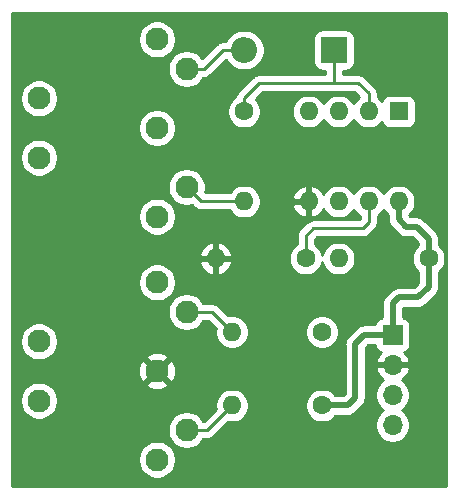
<source format=gbr>
G04 #@! TF.GenerationSoftware,KiCad,Pcbnew,5.1.5-52549c5~84~ubuntu18.04.1*
G04 #@! TF.CreationDate,2020-01-17T10:26:32-05:00*
G04 #@! TF.ProjectId,midi_io,6d696469-5f69-46f2-9e6b-696361645f70,1*
G04 #@! TF.SameCoordinates,Original*
G04 #@! TF.FileFunction,Copper,L1,Top*
G04 #@! TF.FilePolarity,Positive*
%FSLAX46Y46*%
G04 Gerber Fmt 4.6, Leading zero omitted, Abs format (unit mm)*
G04 Created by KiCad (PCBNEW 5.1.5-52549c5~84~ubuntu18.04.1) date 2020-01-17 10:26:32*
%MOMM*%
%LPD*%
G04 APERTURE LIST*
%ADD10C,1.950000*%
%ADD11O,1.600000X1.600000*%
%ADD12C,1.600000*%
%ADD13O,1.700000X1.700000*%
%ADD14R,1.700000X1.700000*%
%ADD15O,2.200000X2.200000*%
%ADD16R,2.200000X2.200000*%
%ADD17R,1.600000X1.600000*%
%ADD18C,0.254000*%
%ADD19C,0.508000*%
G04 APERTURE END LIST*
D10*
X113952000Y-97369000D03*
X113952000Y-92369000D03*
X123952000Y-87369000D03*
X126452000Y-89869000D03*
X123952000Y-102369000D03*
X126452000Y-99869000D03*
X123952000Y-94869000D03*
X113952000Y-117943000D03*
X113952000Y-112943000D03*
X123952000Y-107943000D03*
X126452000Y-110443000D03*
X123952000Y-122943000D03*
X126452000Y-120443000D03*
X123952000Y-115443000D03*
D11*
X128905000Y-105918000D03*
D12*
X136525000Y-105918000D03*
D11*
X139319000Y-105918000D03*
D12*
X146939000Y-105918000D03*
D11*
X131318000Y-101092000D03*
D12*
X131318000Y-93472000D03*
D11*
X130302000Y-112141000D03*
D12*
X137922000Y-112141000D03*
D11*
X130302000Y-118364000D03*
D12*
X137922000Y-118364000D03*
D13*
X143891000Y-120015000D03*
X143891000Y-117475000D03*
X143891000Y-114935000D03*
D14*
X143891000Y-112395000D03*
D15*
X131318000Y-88265000D03*
D16*
X138938000Y-88265000D03*
D11*
X144399000Y-101092000D03*
X136779000Y-93472000D03*
X141859000Y-101092000D03*
X139319000Y-93472000D03*
X139319000Y-101092000D03*
X141859000Y-93472000D03*
X136779000Y-101092000D03*
D17*
X144399000Y-93472000D03*
D18*
X128604000Y-110443000D02*
X130302000Y-112141000D01*
X126452000Y-110443000D02*
X128604000Y-110443000D01*
X128223000Y-120443000D02*
X130302000Y-118364000D01*
X126452000Y-120443000D02*
X128223000Y-120443000D01*
X127675000Y-101092000D02*
X131318000Y-101092000D01*
X126452000Y-99869000D02*
X127675000Y-101092000D01*
X126452000Y-89869000D02*
X127936000Y-89869000D01*
X129540000Y-88265000D02*
X131318000Y-88265000D01*
X127936000Y-89869000D02*
X129540000Y-88265000D01*
X141859000Y-91948000D02*
X141859000Y-93472000D01*
X131318000Y-92340630D02*
X132599630Y-91059000D01*
X131318000Y-93472000D02*
X131318000Y-92340630D01*
X140970000Y-91059000D02*
X141859000Y-91948000D01*
X138938000Y-88265000D02*
X138938000Y-91059000D01*
X132599630Y-91059000D02*
X138938000Y-91059000D01*
X138938000Y-91059000D02*
X140970000Y-91059000D01*
D19*
X144399000Y-109220000D02*
X146050000Y-109220000D01*
X143891000Y-112395000D02*
X143891000Y-109728000D01*
X143891000Y-109728000D02*
X144399000Y-109220000D01*
X144399000Y-102616000D02*
X144399000Y-101092000D01*
X145923000Y-103251000D02*
X145034000Y-103251000D01*
X145034000Y-103251000D02*
X144399000Y-102616000D01*
X140716000Y-113157000D02*
X140716000Y-117729000D01*
X140081000Y-118364000D02*
X137922000Y-118364000D01*
X140716000Y-117729000D02*
X140081000Y-118364000D01*
X143891000Y-112395000D02*
X141478000Y-112395000D01*
X141478000Y-112395000D02*
X140716000Y-113157000D01*
X146050000Y-109220000D02*
X146939000Y-108331000D01*
X146939000Y-108331000D02*
X146939000Y-105918000D01*
X146939000Y-105918000D02*
X146939000Y-104267000D01*
X146939000Y-104267000D02*
X145923000Y-103251000D01*
D18*
X137160000Y-103378000D02*
X136525000Y-104013000D01*
X141351000Y-103378000D02*
X137160000Y-103378000D01*
X141859000Y-101092000D02*
X141859000Y-102870000D01*
X136525000Y-104013000D02*
X136525000Y-105918000D01*
X141859000Y-102870000D02*
X141351000Y-103378000D01*
G36*
X148388000Y-125147000D02*
G01*
X111708000Y-125147000D01*
X111708000Y-122784429D01*
X122342000Y-122784429D01*
X122342000Y-123101571D01*
X122403871Y-123412620D01*
X122525237Y-123705621D01*
X122701431Y-123969315D01*
X122925685Y-124193569D01*
X123189379Y-124369763D01*
X123482380Y-124491129D01*
X123793429Y-124553000D01*
X124110571Y-124553000D01*
X124421620Y-124491129D01*
X124714621Y-124369763D01*
X124978315Y-124193569D01*
X125202569Y-123969315D01*
X125378763Y-123705621D01*
X125500129Y-123412620D01*
X125562000Y-123101571D01*
X125562000Y-122784429D01*
X125500129Y-122473380D01*
X125378763Y-122180379D01*
X125202569Y-121916685D01*
X124978315Y-121692431D01*
X124714621Y-121516237D01*
X124421620Y-121394871D01*
X124110571Y-121333000D01*
X123793429Y-121333000D01*
X123482380Y-121394871D01*
X123189379Y-121516237D01*
X122925685Y-121692431D01*
X122701431Y-121916685D01*
X122525237Y-122180379D01*
X122403871Y-122473380D01*
X122342000Y-122784429D01*
X111708000Y-122784429D01*
X111708000Y-120284429D01*
X124842000Y-120284429D01*
X124842000Y-120601571D01*
X124903871Y-120912620D01*
X125025237Y-121205621D01*
X125201431Y-121469315D01*
X125425685Y-121693569D01*
X125689379Y-121869763D01*
X125982380Y-121991129D01*
X126293429Y-122053000D01*
X126610571Y-122053000D01*
X126921620Y-121991129D01*
X127214621Y-121869763D01*
X127478315Y-121693569D01*
X127702569Y-121469315D01*
X127878763Y-121205621D01*
X127879020Y-121205000D01*
X128185577Y-121205000D01*
X128223000Y-121208686D01*
X128260423Y-121205000D01*
X128260426Y-121205000D01*
X128372378Y-121193974D01*
X128516015Y-121150402D01*
X128648392Y-121079645D01*
X128764422Y-120984422D01*
X128788284Y-120955346D01*
X129980473Y-119763157D01*
X130160665Y-119799000D01*
X130443335Y-119799000D01*
X130720574Y-119743853D01*
X130981727Y-119635680D01*
X131216759Y-119478637D01*
X131416637Y-119278759D01*
X131573680Y-119043727D01*
X131681853Y-118782574D01*
X131737000Y-118505335D01*
X131737000Y-118222665D01*
X131681853Y-117945426D01*
X131573680Y-117684273D01*
X131416637Y-117449241D01*
X131216759Y-117249363D01*
X130981727Y-117092320D01*
X130720574Y-116984147D01*
X130443335Y-116929000D01*
X130160665Y-116929000D01*
X129883426Y-116984147D01*
X129622273Y-117092320D01*
X129387241Y-117249363D01*
X129187363Y-117449241D01*
X129030320Y-117684273D01*
X128922147Y-117945426D01*
X128867000Y-118222665D01*
X128867000Y-118505335D01*
X128902843Y-118685527D01*
X127907370Y-119681000D01*
X127879020Y-119681000D01*
X127878763Y-119680379D01*
X127702569Y-119416685D01*
X127478315Y-119192431D01*
X127214621Y-119016237D01*
X126921620Y-118894871D01*
X126610571Y-118833000D01*
X126293429Y-118833000D01*
X125982380Y-118894871D01*
X125689379Y-119016237D01*
X125425685Y-119192431D01*
X125201431Y-119416685D01*
X125025237Y-119680379D01*
X124903871Y-119973380D01*
X124842000Y-120284429D01*
X111708000Y-120284429D01*
X111708000Y-117784429D01*
X112342000Y-117784429D01*
X112342000Y-118101571D01*
X112403871Y-118412620D01*
X112525237Y-118705621D01*
X112701431Y-118969315D01*
X112925685Y-119193569D01*
X113189379Y-119369763D01*
X113482380Y-119491129D01*
X113793429Y-119553000D01*
X114110571Y-119553000D01*
X114421620Y-119491129D01*
X114714621Y-119369763D01*
X114978315Y-119193569D01*
X115202569Y-118969315D01*
X115378763Y-118705621D01*
X115500129Y-118412620D01*
X115562000Y-118101571D01*
X115562000Y-117784429D01*
X115500129Y-117473380D01*
X115378763Y-117180379D01*
X115202569Y-116916685D01*
X114978315Y-116692431D01*
X114780992Y-116560584D01*
X123014021Y-116560584D01*
X123106766Y-116822429D01*
X123392120Y-116960820D01*
X123698990Y-117040883D01*
X124015584Y-117059540D01*
X124329733Y-117016074D01*
X124629367Y-116912156D01*
X124797234Y-116822429D01*
X124889979Y-116560584D01*
X123952000Y-115622605D01*
X123014021Y-116560584D01*
X114780992Y-116560584D01*
X114714621Y-116516237D01*
X114421620Y-116394871D01*
X114110571Y-116333000D01*
X113793429Y-116333000D01*
X113482380Y-116394871D01*
X113189379Y-116516237D01*
X112925685Y-116692431D01*
X112701431Y-116916685D01*
X112525237Y-117180379D01*
X112403871Y-117473380D01*
X112342000Y-117784429D01*
X111708000Y-117784429D01*
X111708000Y-115506584D01*
X122335460Y-115506584D01*
X122378926Y-115820733D01*
X122482844Y-116120367D01*
X122572571Y-116288234D01*
X122834416Y-116380979D01*
X123772395Y-115443000D01*
X124131605Y-115443000D01*
X125069584Y-116380979D01*
X125331429Y-116288234D01*
X125469820Y-116002880D01*
X125549883Y-115696010D01*
X125568540Y-115379416D01*
X125525074Y-115065267D01*
X125421156Y-114765633D01*
X125331429Y-114597766D01*
X125069584Y-114505021D01*
X124131605Y-115443000D01*
X123772395Y-115443000D01*
X122834416Y-114505021D01*
X122572571Y-114597766D01*
X122434180Y-114883120D01*
X122354117Y-115189990D01*
X122335460Y-115506584D01*
X111708000Y-115506584D01*
X111708000Y-112784429D01*
X112342000Y-112784429D01*
X112342000Y-113101571D01*
X112403871Y-113412620D01*
X112525237Y-113705621D01*
X112701431Y-113969315D01*
X112925685Y-114193569D01*
X113189379Y-114369763D01*
X113482380Y-114491129D01*
X113793429Y-114553000D01*
X114110571Y-114553000D01*
X114421620Y-114491129D01*
X114714621Y-114369763D01*
X114780991Y-114325416D01*
X123014021Y-114325416D01*
X123952000Y-115263395D01*
X124889979Y-114325416D01*
X124797234Y-114063571D01*
X124511880Y-113925180D01*
X124205010Y-113845117D01*
X123888416Y-113826460D01*
X123574267Y-113869926D01*
X123274633Y-113973844D01*
X123106766Y-114063571D01*
X123014021Y-114325416D01*
X114780991Y-114325416D01*
X114978315Y-114193569D01*
X115202569Y-113969315D01*
X115378763Y-113705621D01*
X115500129Y-113412620D01*
X115562000Y-113101571D01*
X115562000Y-112784429D01*
X115500129Y-112473380D01*
X115378763Y-112180379D01*
X115202569Y-111916685D01*
X114978315Y-111692431D01*
X114714621Y-111516237D01*
X114421620Y-111394871D01*
X114110571Y-111333000D01*
X113793429Y-111333000D01*
X113482380Y-111394871D01*
X113189379Y-111516237D01*
X112925685Y-111692431D01*
X112701431Y-111916685D01*
X112525237Y-112180379D01*
X112403871Y-112473380D01*
X112342000Y-112784429D01*
X111708000Y-112784429D01*
X111708000Y-110284429D01*
X124842000Y-110284429D01*
X124842000Y-110601571D01*
X124903871Y-110912620D01*
X125025237Y-111205621D01*
X125201431Y-111469315D01*
X125425685Y-111693569D01*
X125689379Y-111869763D01*
X125982380Y-111991129D01*
X126293429Y-112053000D01*
X126610571Y-112053000D01*
X126921620Y-111991129D01*
X127214621Y-111869763D01*
X127478315Y-111693569D01*
X127702569Y-111469315D01*
X127878763Y-111205621D01*
X127879020Y-111205000D01*
X128288370Y-111205000D01*
X128902843Y-111819473D01*
X128867000Y-111999665D01*
X128867000Y-112282335D01*
X128922147Y-112559574D01*
X129030320Y-112820727D01*
X129187363Y-113055759D01*
X129387241Y-113255637D01*
X129622273Y-113412680D01*
X129883426Y-113520853D01*
X130160665Y-113576000D01*
X130443335Y-113576000D01*
X130720574Y-113520853D01*
X130981727Y-113412680D01*
X131216759Y-113255637D01*
X131416637Y-113055759D01*
X131573680Y-112820727D01*
X131681853Y-112559574D01*
X131737000Y-112282335D01*
X131737000Y-111999665D01*
X136487000Y-111999665D01*
X136487000Y-112282335D01*
X136542147Y-112559574D01*
X136650320Y-112820727D01*
X136807363Y-113055759D01*
X137007241Y-113255637D01*
X137242273Y-113412680D01*
X137503426Y-113520853D01*
X137780665Y-113576000D01*
X138063335Y-113576000D01*
X138340574Y-113520853D01*
X138601727Y-113412680D01*
X138836759Y-113255637D01*
X139036637Y-113055759D01*
X139193680Y-112820727D01*
X139301853Y-112559574D01*
X139357000Y-112282335D01*
X139357000Y-111999665D01*
X139301853Y-111722426D01*
X139193680Y-111461273D01*
X139036637Y-111226241D01*
X138836759Y-111026363D01*
X138601727Y-110869320D01*
X138340574Y-110761147D01*
X138063335Y-110706000D01*
X137780665Y-110706000D01*
X137503426Y-110761147D01*
X137242273Y-110869320D01*
X137007241Y-111026363D01*
X136807363Y-111226241D01*
X136650320Y-111461273D01*
X136542147Y-111722426D01*
X136487000Y-111999665D01*
X131737000Y-111999665D01*
X131681853Y-111722426D01*
X131573680Y-111461273D01*
X131416637Y-111226241D01*
X131216759Y-111026363D01*
X130981727Y-110869320D01*
X130720574Y-110761147D01*
X130443335Y-110706000D01*
X130160665Y-110706000D01*
X129980473Y-110741843D01*
X129169284Y-109930654D01*
X129145422Y-109901578D01*
X129029392Y-109806355D01*
X128897015Y-109735598D01*
X128753378Y-109692026D01*
X128641426Y-109681000D01*
X128641423Y-109681000D01*
X128604000Y-109677314D01*
X128566577Y-109681000D01*
X127879020Y-109681000D01*
X127878763Y-109680379D01*
X127702569Y-109416685D01*
X127478315Y-109192431D01*
X127214621Y-109016237D01*
X126921620Y-108894871D01*
X126610571Y-108833000D01*
X126293429Y-108833000D01*
X125982380Y-108894871D01*
X125689379Y-109016237D01*
X125425685Y-109192431D01*
X125201431Y-109416685D01*
X125025237Y-109680379D01*
X124903871Y-109973380D01*
X124842000Y-110284429D01*
X111708000Y-110284429D01*
X111708000Y-107784429D01*
X122342000Y-107784429D01*
X122342000Y-108101571D01*
X122403871Y-108412620D01*
X122525237Y-108705621D01*
X122701431Y-108969315D01*
X122925685Y-109193569D01*
X123189379Y-109369763D01*
X123482380Y-109491129D01*
X123793429Y-109553000D01*
X124110571Y-109553000D01*
X124421620Y-109491129D01*
X124714621Y-109369763D01*
X124978315Y-109193569D01*
X125202569Y-108969315D01*
X125378763Y-108705621D01*
X125500129Y-108412620D01*
X125562000Y-108101571D01*
X125562000Y-107784429D01*
X125500129Y-107473380D01*
X125378763Y-107180379D01*
X125202569Y-106916685D01*
X124978315Y-106692431D01*
X124714621Y-106516237D01*
X124421620Y-106394871D01*
X124110571Y-106333000D01*
X123793429Y-106333000D01*
X123482380Y-106394871D01*
X123189379Y-106516237D01*
X122925685Y-106692431D01*
X122701431Y-106916685D01*
X122525237Y-107180379D01*
X122403871Y-107473380D01*
X122342000Y-107784429D01*
X111708000Y-107784429D01*
X111708000Y-106267039D01*
X127513096Y-106267039D01*
X127553754Y-106401087D01*
X127673963Y-106655420D01*
X127841481Y-106881414D01*
X128049869Y-107070385D01*
X128291119Y-107215070D01*
X128555960Y-107309909D01*
X128778000Y-107188624D01*
X128778000Y-106045000D01*
X129032000Y-106045000D01*
X129032000Y-107188624D01*
X129254040Y-107309909D01*
X129518881Y-107215070D01*
X129760131Y-107070385D01*
X129968519Y-106881414D01*
X130136037Y-106655420D01*
X130256246Y-106401087D01*
X130296904Y-106267039D01*
X130174915Y-106045000D01*
X129032000Y-106045000D01*
X128778000Y-106045000D01*
X127635085Y-106045000D01*
X127513096Y-106267039D01*
X111708000Y-106267039D01*
X111708000Y-105568961D01*
X127513096Y-105568961D01*
X127635085Y-105791000D01*
X128778000Y-105791000D01*
X128778000Y-104647376D01*
X129032000Y-104647376D01*
X129032000Y-105791000D01*
X130174915Y-105791000D01*
X130182790Y-105776665D01*
X135090000Y-105776665D01*
X135090000Y-106059335D01*
X135145147Y-106336574D01*
X135253320Y-106597727D01*
X135410363Y-106832759D01*
X135610241Y-107032637D01*
X135845273Y-107189680D01*
X136106426Y-107297853D01*
X136383665Y-107353000D01*
X136666335Y-107353000D01*
X136943574Y-107297853D01*
X137204727Y-107189680D01*
X137439759Y-107032637D01*
X137639637Y-106832759D01*
X137796680Y-106597727D01*
X137904853Y-106336574D01*
X137922000Y-106250371D01*
X137939147Y-106336574D01*
X138047320Y-106597727D01*
X138204363Y-106832759D01*
X138404241Y-107032637D01*
X138639273Y-107189680D01*
X138900426Y-107297853D01*
X139177665Y-107353000D01*
X139460335Y-107353000D01*
X139737574Y-107297853D01*
X139998727Y-107189680D01*
X140233759Y-107032637D01*
X140433637Y-106832759D01*
X140590680Y-106597727D01*
X140698853Y-106336574D01*
X140754000Y-106059335D01*
X140754000Y-105776665D01*
X140698853Y-105499426D01*
X140590680Y-105238273D01*
X140433637Y-105003241D01*
X140233759Y-104803363D01*
X139998727Y-104646320D01*
X139737574Y-104538147D01*
X139460335Y-104483000D01*
X139177665Y-104483000D01*
X138900426Y-104538147D01*
X138639273Y-104646320D01*
X138404241Y-104803363D01*
X138204363Y-105003241D01*
X138047320Y-105238273D01*
X137939147Y-105499426D01*
X137922000Y-105585629D01*
X137904853Y-105499426D01*
X137796680Y-105238273D01*
X137639637Y-105003241D01*
X137439759Y-104803363D01*
X137287000Y-104701293D01*
X137287000Y-104328630D01*
X137475630Y-104140000D01*
X141313577Y-104140000D01*
X141351000Y-104143686D01*
X141388423Y-104140000D01*
X141388426Y-104140000D01*
X141500378Y-104128974D01*
X141644015Y-104085402D01*
X141776392Y-104014645D01*
X141892422Y-103919422D01*
X141916284Y-103890346D01*
X142371346Y-103435284D01*
X142400422Y-103411422D01*
X142495645Y-103295392D01*
X142566402Y-103163015D01*
X142609974Y-103019378D01*
X142621000Y-102907426D01*
X142621000Y-102907417D01*
X142624685Y-102870001D01*
X142621000Y-102832585D01*
X142621000Y-102308707D01*
X142773759Y-102206637D01*
X142973637Y-102006759D01*
X143129000Y-101774241D01*
X143284363Y-102006759D01*
X143484241Y-102206637D01*
X143510000Y-102223849D01*
X143510000Y-102572340D01*
X143505700Y-102616000D01*
X143510000Y-102659660D01*
X143510000Y-102659666D01*
X143522864Y-102790273D01*
X143573697Y-102957850D01*
X143656247Y-103112290D01*
X143767341Y-103247659D01*
X143801263Y-103275498D01*
X144374504Y-103848740D01*
X144402341Y-103882659D01*
X144537709Y-103993753D01*
X144692149Y-104076303D01*
X144808892Y-104111716D01*
X144859725Y-104127136D01*
X144876325Y-104128771D01*
X144990333Y-104140000D01*
X144990340Y-104140000D01*
X145034000Y-104144300D01*
X145077660Y-104140000D01*
X145554765Y-104140000D01*
X146050001Y-104635236D01*
X146050001Y-104786151D01*
X146024241Y-104803363D01*
X145824363Y-105003241D01*
X145667320Y-105238273D01*
X145559147Y-105499426D01*
X145504000Y-105776665D01*
X145504000Y-106059335D01*
X145559147Y-106336574D01*
X145667320Y-106597727D01*
X145824363Y-106832759D01*
X146024241Y-107032637D01*
X146050001Y-107049849D01*
X146050000Y-107962764D01*
X145681765Y-108331000D01*
X144442659Y-108331000D01*
X144398999Y-108326700D01*
X144355339Y-108331000D01*
X144355333Y-108331000D01*
X144257924Y-108340594D01*
X144224724Y-108343864D01*
X144123184Y-108374666D01*
X144057149Y-108394697D01*
X143902709Y-108477247D01*
X143767341Y-108588341D01*
X143739501Y-108622264D01*
X143293259Y-109068506D01*
X143259342Y-109096341D01*
X143231507Y-109130258D01*
X143231505Y-109130260D01*
X143148248Y-109231709D01*
X143065698Y-109386148D01*
X143014864Y-109553726D01*
X142997700Y-109728000D01*
X143002001Y-109771670D01*
X143002001Y-110910769D01*
X142916518Y-110919188D01*
X142796820Y-110955498D01*
X142686506Y-111014463D01*
X142589815Y-111093815D01*
X142510463Y-111190506D01*
X142451498Y-111300820D01*
X142415188Y-111420518D01*
X142406769Y-111506000D01*
X141521660Y-111506000D01*
X141478000Y-111501700D01*
X141434340Y-111506000D01*
X141434333Y-111506000D01*
X141330398Y-111516237D01*
X141303725Y-111518864D01*
X141252892Y-111534284D01*
X141136149Y-111569697D01*
X140981709Y-111652247D01*
X140846341Y-111763341D01*
X140818505Y-111797259D01*
X140118263Y-112497501D01*
X140084341Y-112525341D01*
X139973247Y-112660710D01*
X139890697Y-112815150D01*
X139839864Y-112982727D01*
X139827000Y-113113334D01*
X139827000Y-113113340D01*
X139822700Y-113157000D01*
X139827000Y-113200660D01*
X139827001Y-117360764D01*
X139712765Y-117475000D01*
X139053849Y-117475000D01*
X139036637Y-117449241D01*
X138836759Y-117249363D01*
X138601727Y-117092320D01*
X138340574Y-116984147D01*
X138063335Y-116929000D01*
X137780665Y-116929000D01*
X137503426Y-116984147D01*
X137242273Y-117092320D01*
X137007241Y-117249363D01*
X136807363Y-117449241D01*
X136650320Y-117684273D01*
X136542147Y-117945426D01*
X136487000Y-118222665D01*
X136487000Y-118505335D01*
X136542147Y-118782574D01*
X136650320Y-119043727D01*
X136807363Y-119278759D01*
X137007241Y-119478637D01*
X137242273Y-119635680D01*
X137503426Y-119743853D01*
X137780665Y-119799000D01*
X138063335Y-119799000D01*
X138340574Y-119743853D01*
X138601727Y-119635680D01*
X138836759Y-119478637D01*
X139036637Y-119278759D01*
X139053849Y-119253000D01*
X140037340Y-119253000D01*
X140081000Y-119257300D01*
X140124660Y-119253000D01*
X140124667Y-119253000D01*
X140255274Y-119240136D01*
X140422851Y-119189303D01*
X140577291Y-119106753D01*
X140712659Y-118995659D01*
X140740498Y-118961737D01*
X141313741Y-118388495D01*
X141347659Y-118360659D01*
X141458753Y-118225291D01*
X141541303Y-118070851D01*
X141581418Y-117938608D01*
X141592136Y-117903275D01*
X141600084Y-117822579D01*
X141605000Y-117772667D01*
X141605000Y-117772660D01*
X141609300Y-117729000D01*
X141605000Y-117685340D01*
X141605000Y-117328740D01*
X142406000Y-117328740D01*
X142406000Y-117621260D01*
X142463068Y-117908158D01*
X142575010Y-118178411D01*
X142737525Y-118421632D01*
X142944368Y-118628475D01*
X143118760Y-118745000D01*
X142944368Y-118861525D01*
X142737525Y-119068368D01*
X142575010Y-119311589D01*
X142463068Y-119581842D01*
X142406000Y-119868740D01*
X142406000Y-120161260D01*
X142463068Y-120448158D01*
X142575010Y-120718411D01*
X142737525Y-120961632D01*
X142944368Y-121168475D01*
X143187589Y-121330990D01*
X143457842Y-121442932D01*
X143744740Y-121500000D01*
X144037260Y-121500000D01*
X144324158Y-121442932D01*
X144594411Y-121330990D01*
X144837632Y-121168475D01*
X145044475Y-120961632D01*
X145206990Y-120718411D01*
X145318932Y-120448158D01*
X145376000Y-120161260D01*
X145376000Y-119868740D01*
X145318932Y-119581842D01*
X145206990Y-119311589D01*
X145044475Y-119068368D01*
X144837632Y-118861525D01*
X144663240Y-118745000D01*
X144837632Y-118628475D01*
X145044475Y-118421632D01*
X145206990Y-118178411D01*
X145318932Y-117908158D01*
X145376000Y-117621260D01*
X145376000Y-117328740D01*
X145318932Y-117041842D01*
X145206990Y-116771589D01*
X145044475Y-116528368D01*
X144837632Y-116321525D01*
X144655466Y-116199805D01*
X144772355Y-116130178D01*
X144988588Y-115935269D01*
X145162641Y-115701920D01*
X145287825Y-115439099D01*
X145332476Y-115291890D01*
X145211155Y-115062000D01*
X144018000Y-115062000D01*
X144018000Y-115082000D01*
X143764000Y-115082000D01*
X143764000Y-115062000D01*
X142570845Y-115062000D01*
X142449524Y-115291890D01*
X142494175Y-115439099D01*
X142619359Y-115701920D01*
X142793412Y-115935269D01*
X143009645Y-116130178D01*
X143126534Y-116199805D01*
X142944368Y-116321525D01*
X142737525Y-116528368D01*
X142575010Y-116771589D01*
X142463068Y-117041842D01*
X142406000Y-117328740D01*
X141605000Y-117328740D01*
X141605000Y-113525235D01*
X141846236Y-113284000D01*
X142406769Y-113284000D01*
X142415188Y-113369482D01*
X142451498Y-113489180D01*
X142510463Y-113599494D01*
X142589815Y-113696185D01*
X142686506Y-113775537D01*
X142796820Y-113834502D01*
X142877466Y-113858966D01*
X142793412Y-113934731D01*
X142619359Y-114168080D01*
X142494175Y-114430901D01*
X142449524Y-114578110D01*
X142570845Y-114808000D01*
X143764000Y-114808000D01*
X143764000Y-114788000D01*
X144018000Y-114788000D01*
X144018000Y-114808000D01*
X145211155Y-114808000D01*
X145332476Y-114578110D01*
X145287825Y-114430901D01*
X145162641Y-114168080D01*
X144988588Y-113934731D01*
X144904534Y-113858966D01*
X144985180Y-113834502D01*
X145095494Y-113775537D01*
X145192185Y-113696185D01*
X145271537Y-113599494D01*
X145330502Y-113489180D01*
X145366812Y-113369482D01*
X145379072Y-113245000D01*
X145379072Y-111545000D01*
X145366812Y-111420518D01*
X145330502Y-111300820D01*
X145271537Y-111190506D01*
X145192185Y-111093815D01*
X145095494Y-111014463D01*
X144985180Y-110955498D01*
X144865482Y-110919188D01*
X144780000Y-110910769D01*
X144780000Y-110109000D01*
X146006340Y-110109000D01*
X146050000Y-110113300D01*
X146093660Y-110109000D01*
X146093667Y-110109000D01*
X146224274Y-110096136D01*
X146391851Y-110045303D01*
X146546291Y-109962753D01*
X146681659Y-109851659D01*
X146709499Y-109817737D01*
X147536742Y-108990493D01*
X147570659Y-108962659D01*
X147681753Y-108827291D01*
X147764303Y-108672851D01*
X147815136Y-108505274D01*
X147828000Y-108374667D01*
X147828000Y-108374660D01*
X147832300Y-108331000D01*
X147828000Y-108287340D01*
X147828000Y-107049849D01*
X147853759Y-107032637D01*
X148053637Y-106832759D01*
X148210680Y-106597727D01*
X148318853Y-106336574D01*
X148374000Y-106059335D01*
X148374000Y-105776665D01*
X148318853Y-105499426D01*
X148210680Y-105238273D01*
X148053637Y-105003241D01*
X147853759Y-104803363D01*
X147828000Y-104786151D01*
X147828000Y-104310660D01*
X147832300Y-104267000D01*
X147828000Y-104223340D01*
X147828000Y-104223333D01*
X147815136Y-104092726D01*
X147812915Y-104085402D01*
X147779599Y-103975574D01*
X147764303Y-103925149D01*
X147681753Y-103770709D01*
X147570659Y-103635341D01*
X147536741Y-103607505D01*
X146582499Y-102653264D01*
X146554659Y-102619341D01*
X146419291Y-102508247D01*
X146264851Y-102425697D01*
X146097274Y-102374864D01*
X145966667Y-102362000D01*
X145966660Y-102362000D01*
X145923000Y-102357700D01*
X145879340Y-102362000D01*
X145402236Y-102362000D01*
X145288000Y-102247765D01*
X145288000Y-102223849D01*
X145313759Y-102206637D01*
X145513637Y-102006759D01*
X145670680Y-101771727D01*
X145778853Y-101510574D01*
X145834000Y-101233335D01*
X145834000Y-100950665D01*
X145778853Y-100673426D01*
X145670680Y-100412273D01*
X145513637Y-100177241D01*
X145313759Y-99977363D01*
X145078727Y-99820320D01*
X144817574Y-99712147D01*
X144540335Y-99657000D01*
X144257665Y-99657000D01*
X143980426Y-99712147D01*
X143719273Y-99820320D01*
X143484241Y-99977363D01*
X143284363Y-100177241D01*
X143129000Y-100409759D01*
X142973637Y-100177241D01*
X142773759Y-99977363D01*
X142538727Y-99820320D01*
X142277574Y-99712147D01*
X142000335Y-99657000D01*
X141717665Y-99657000D01*
X141440426Y-99712147D01*
X141179273Y-99820320D01*
X140944241Y-99977363D01*
X140744363Y-100177241D01*
X140589000Y-100409759D01*
X140433637Y-100177241D01*
X140233759Y-99977363D01*
X139998727Y-99820320D01*
X139737574Y-99712147D01*
X139460335Y-99657000D01*
X139177665Y-99657000D01*
X138900426Y-99712147D01*
X138639273Y-99820320D01*
X138404241Y-99977363D01*
X138204363Y-100177241D01*
X138047320Y-100412273D01*
X138042933Y-100422865D01*
X137931385Y-100236869D01*
X137742414Y-100028481D01*
X137516420Y-99860963D01*
X137262087Y-99740754D01*
X137128039Y-99700096D01*
X136906000Y-99822085D01*
X136906000Y-100965000D01*
X136926000Y-100965000D01*
X136926000Y-101219000D01*
X136906000Y-101219000D01*
X136906000Y-102361915D01*
X137128039Y-102483904D01*
X137262087Y-102443246D01*
X137516420Y-102323037D01*
X137742414Y-102155519D01*
X137931385Y-101947131D01*
X138042933Y-101761135D01*
X138047320Y-101771727D01*
X138204363Y-102006759D01*
X138404241Y-102206637D01*
X138639273Y-102363680D01*
X138900426Y-102471853D01*
X139177665Y-102527000D01*
X139460335Y-102527000D01*
X139737574Y-102471853D01*
X139998727Y-102363680D01*
X140233759Y-102206637D01*
X140433637Y-102006759D01*
X140589000Y-101774241D01*
X140744363Y-102006759D01*
X140944241Y-102206637D01*
X141097001Y-102308708D01*
X141097001Y-102554369D01*
X141035370Y-102616000D01*
X137197423Y-102616000D01*
X137160000Y-102612314D01*
X137122577Y-102616000D01*
X137122574Y-102616000D01*
X137010622Y-102627026D01*
X136866985Y-102670598D01*
X136805364Y-102703535D01*
X136734607Y-102741355D01*
X136692219Y-102776143D01*
X136618578Y-102836578D01*
X136594716Y-102865654D01*
X136012654Y-103447716D01*
X135983578Y-103471578D01*
X135954800Y-103506645D01*
X135888355Y-103587608D01*
X135871272Y-103619569D01*
X135817598Y-103719986D01*
X135774026Y-103863623D01*
X135766181Y-103943279D01*
X135759314Y-104013000D01*
X135763000Y-104050424D01*
X135763000Y-104701293D01*
X135610241Y-104803363D01*
X135410363Y-105003241D01*
X135253320Y-105238273D01*
X135145147Y-105499426D01*
X135090000Y-105776665D01*
X130182790Y-105776665D01*
X130296904Y-105568961D01*
X130256246Y-105434913D01*
X130136037Y-105180580D01*
X129968519Y-104954586D01*
X129760131Y-104765615D01*
X129518881Y-104620930D01*
X129254040Y-104526091D01*
X129032000Y-104647376D01*
X128778000Y-104647376D01*
X128555960Y-104526091D01*
X128291119Y-104620930D01*
X128049869Y-104765615D01*
X127841481Y-104954586D01*
X127673963Y-105180580D01*
X127553754Y-105434913D01*
X127513096Y-105568961D01*
X111708000Y-105568961D01*
X111708000Y-102210429D01*
X122342000Y-102210429D01*
X122342000Y-102527571D01*
X122403871Y-102838620D01*
X122525237Y-103131621D01*
X122701431Y-103395315D01*
X122925685Y-103619569D01*
X123189379Y-103795763D01*
X123482380Y-103917129D01*
X123793429Y-103979000D01*
X124110571Y-103979000D01*
X124421620Y-103917129D01*
X124714621Y-103795763D01*
X124978315Y-103619569D01*
X125202569Y-103395315D01*
X125378763Y-103131621D01*
X125500129Y-102838620D01*
X125562000Y-102527571D01*
X125562000Y-102210429D01*
X125500129Y-101899380D01*
X125378763Y-101606379D01*
X125202569Y-101342685D01*
X124978315Y-101118431D01*
X124714621Y-100942237D01*
X124421620Y-100820871D01*
X124110571Y-100759000D01*
X123793429Y-100759000D01*
X123482380Y-100820871D01*
X123189379Y-100942237D01*
X122925685Y-101118431D01*
X122701431Y-101342685D01*
X122525237Y-101606379D01*
X122403871Y-101899380D01*
X122342000Y-102210429D01*
X111708000Y-102210429D01*
X111708000Y-99710429D01*
X124842000Y-99710429D01*
X124842000Y-100027571D01*
X124903871Y-100338620D01*
X125025237Y-100631621D01*
X125201431Y-100895315D01*
X125425685Y-101119569D01*
X125689379Y-101295763D01*
X125982380Y-101417129D01*
X126293429Y-101479000D01*
X126610571Y-101479000D01*
X126921620Y-101417129D01*
X126922241Y-101416872D01*
X127109721Y-101604352D01*
X127133578Y-101633422D01*
X127249608Y-101728645D01*
X127381985Y-101799402D01*
X127525622Y-101842974D01*
X127637574Y-101854000D01*
X127637576Y-101854000D01*
X127674999Y-101857686D01*
X127712422Y-101854000D01*
X130101293Y-101854000D01*
X130203363Y-102006759D01*
X130403241Y-102206637D01*
X130638273Y-102363680D01*
X130899426Y-102471853D01*
X131176665Y-102527000D01*
X131459335Y-102527000D01*
X131736574Y-102471853D01*
X131997727Y-102363680D01*
X132232759Y-102206637D01*
X132432637Y-102006759D01*
X132589680Y-101771727D01*
X132697853Y-101510574D01*
X132711684Y-101441040D01*
X135387091Y-101441040D01*
X135481930Y-101705881D01*
X135626615Y-101947131D01*
X135815586Y-102155519D01*
X136041580Y-102323037D01*
X136295913Y-102443246D01*
X136429961Y-102483904D01*
X136652000Y-102361915D01*
X136652000Y-101219000D01*
X135508376Y-101219000D01*
X135387091Y-101441040D01*
X132711684Y-101441040D01*
X132753000Y-101233335D01*
X132753000Y-100950665D01*
X132711685Y-100742960D01*
X135387091Y-100742960D01*
X135508376Y-100965000D01*
X136652000Y-100965000D01*
X136652000Y-99822085D01*
X136429961Y-99700096D01*
X136295913Y-99740754D01*
X136041580Y-99860963D01*
X135815586Y-100028481D01*
X135626615Y-100236869D01*
X135481930Y-100478119D01*
X135387091Y-100742960D01*
X132711685Y-100742960D01*
X132697853Y-100673426D01*
X132589680Y-100412273D01*
X132432637Y-100177241D01*
X132232759Y-99977363D01*
X131997727Y-99820320D01*
X131736574Y-99712147D01*
X131459335Y-99657000D01*
X131176665Y-99657000D01*
X130899426Y-99712147D01*
X130638273Y-99820320D01*
X130403241Y-99977363D01*
X130203363Y-100177241D01*
X130101293Y-100330000D01*
X128001844Y-100330000D01*
X128062000Y-100027571D01*
X128062000Y-99710429D01*
X128000129Y-99399380D01*
X127878763Y-99106379D01*
X127702569Y-98842685D01*
X127478315Y-98618431D01*
X127214621Y-98442237D01*
X126921620Y-98320871D01*
X126610571Y-98259000D01*
X126293429Y-98259000D01*
X125982380Y-98320871D01*
X125689379Y-98442237D01*
X125425685Y-98618431D01*
X125201431Y-98842685D01*
X125025237Y-99106379D01*
X124903871Y-99399380D01*
X124842000Y-99710429D01*
X111708000Y-99710429D01*
X111708000Y-97210429D01*
X112342000Y-97210429D01*
X112342000Y-97527571D01*
X112403871Y-97838620D01*
X112525237Y-98131621D01*
X112701431Y-98395315D01*
X112925685Y-98619569D01*
X113189379Y-98795763D01*
X113482380Y-98917129D01*
X113793429Y-98979000D01*
X114110571Y-98979000D01*
X114421620Y-98917129D01*
X114714621Y-98795763D01*
X114978315Y-98619569D01*
X115202569Y-98395315D01*
X115378763Y-98131621D01*
X115500129Y-97838620D01*
X115562000Y-97527571D01*
X115562000Y-97210429D01*
X115500129Y-96899380D01*
X115378763Y-96606379D01*
X115202569Y-96342685D01*
X114978315Y-96118431D01*
X114714621Y-95942237D01*
X114421620Y-95820871D01*
X114110571Y-95759000D01*
X113793429Y-95759000D01*
X113482380Y-95820871D01*
X113189379Y-95942237D01*
X112925685Y-96118431D01*
X112701431Y-96342685D01*
X112525237Y-96606379D01*
X112403871Y-96899380D01*
X112342000Y-97210429D01*
X111708000Y-97210429D01*
X111708000Y-94710429D01*
X122342000Y-94710429D01*
X122342000Y-95027571D01*
X122403871Y-95338620D01*
X122525237Y-95631621D01*
X122701431Y-95895315D01*
X122925685Y-96119569D01*
X123189379Y-96295763D01*
X123482380Y-96417129D01*
X123793429Y-96479000D01*
X124110571Y-96479000D01*
X124421620Y-96417129D01*
X124714621Y-96295763D01*
X124978315Y-96119569D01*
X125202569Y-95895315D01*
X125378763Y-95631621D01*
X125500129Y-95338620D01*
X125562000Y-95027571D01*
X125562000Y-94710429D01*
X125500129Y-94399380D01*
X125378763Y-94106379D01*
X125202569Y-93842685D01*
X124978315Y-93618431D01*
X124714621Y-93442237D01*
X124445265Y-93330665D01*
X129883000Y-93330665D01*
X129883000Y-93613335D01*
X129938147Y-93890574D01*
X130046320Y-94151727D01*
X130203363Y-94386759D01*
X130403241Y-94586637D01*
X130638273Y-94743680D01*
X130899426Y-94851853D01*
X131176665Y-94907000D01*
X131459335Y-94907000D01*
X131736574Y-94851853D01*
X131997727Y-94743680D01*
X132232759Y-94586637D01*
X132432637Y-94386759D01*
X132589680Y-94151727D01*
X132697853Y-93890574D01*
X132753000Y-93613335D01*
X132753000Y-93330665D01*
X132697853Y-93053426D01*
X132589680Y-92792273D01*
X132432637Y-92557241D01*
X132305828Y-92430432D01*
X132915260Y-91821000D01*
X138900575Y-91821000D01*
X138938000Y-91824686D01*
X138975426Y-91821000D01*
X140654370Y-91821000D01*
X141092002Y-92258633D01*
X140944241Y-92357363D01*
X140744363Y-92557241D01*
X140589000Y-92789759D01*
X140433637Y-92557241D01*
X140233759Y-92357363D01*
X139998727Y-92200320D01*
X139737574Y-92092147D01*
X139460335Y-92037000D01*
X139177665Y-92037000D01*
X138900426Y-92092147D01*
X138639273Y-92200320D01*
X138404241Y-92357363D01*
X138204363Y-92557241D01*
X138049000Y-92789759D01*
X137893637Y-92557241D01*
X137693759Y-92357363D01*
X137458727Y-92200320D01*
X137197574Y-92092147D01*
X136920335Y-92037000D01*
X136637665Y-92037000D01*
X136360426Y-92092147D01*
X136099273Y-92200320D01*
X135864241Y-92357363D01*
X135664363Y-92557241D01*
X135507320Y-92792273D01*
X135399147Y-93053426D01*
X135344000Y-93330665D01*
X135344000Y-93613335D01*
X135399147Y-93890574D01*
X135507320Y-94151727D01*
X135664363Y-94386759D01*
X135864241Y-94586637D01*
X136099273Y-94743680D01*
X136360426Y-94851853D01*
X136637665Y-94907000D01*
X136920335Y-94907000D01*
X137197574Y-94851853D01*
X137458727Y-94743680D01*
X137693759Y-94586637D01*
X137893637Y-94386759D01*
X138049000Y-94154241D01*
X138204363Y-94386759D01*
X138404241Y-94586637D01*
X138639273Y-94743680D01*
X138900426Y-94851853D01*
X139177665Y-94907000D01*
X139460335Y-94907000D01*
X139737574Y-94851853D01*
X139998727Y-94743680D01*
X140233759Y-94586637D01*
X140433637Y-94386759D01*
X140589000Y-94154241D01*
X140744363Y-94386759D01*
X140944241Y-94586637D01*
X141179273Y-94743680D01*
X141440426Y-94851853D01*
X141717665Y-94907000D01*
X142000335Y-94907000D01*
X142277574Y-94851853D01*
X142538727Y-94743680D01*
X142773759Y-94586637D01*
X142972357Y-94388039D01*
X142973188Y-94396482D01*
X143009498Y-94516180D01*
X143068463Y-94626494D01*
X143147815Y-94723185D01*
X143244506Y-94802537D01*
X143354820Y-94861502D01*
X143474518Y-94897812D01*
X143599000Y-94910072D01*
X145199000Y-94910072D01*
X145323482Y-94897812D01*
X145443180Y-94861502D01*
X145553494Y-94802537D01*
X145650185Y-94723185D01*
X145729537Y-94626494D01*
X145788502Y-94516180D01*
X145824812Y-94396482D01*
X145837072Y-94272000D01*
X145837072Y-92672000D01*
X145824812Y-92547518D01*
X145788502Y-92427820D01*
X145729537Y-92317506D01*
X145650185Y-92220815D01*
X145553494Y-92141463D01*
X145443180Y-92082498D01*
X145323482Y-92046188D01*
X145199000Y-92033928D01*
X143599000Y-92033928D01*
X143474518Y-92046188D01*
X143354820Y-92082498D01*
X143244506Y-92141463D01*
X143147815Y-92220815D01*
X143068463Y-92317506D01*
X143009498Y-92427820D01*
X142973188Y-92547518D01*
X142972357Y-92555961D01*
X142773759Y-92357363D01*
X142621000Y-92255293D01*
X142621000Y-91985423D01*
X142624686Y-91948000D01*
X142621000Y-91910574D01*
X142609974Y-91798622D01*
X142566402Y-91654985D01*
X142495646Y-91522609D01*
X142495645Y-91522607D01*
X142424279Y-91435648D01*
X142400422Y-91406578D01*
X142371353Y-91382722D01*
X141535284Y-90546653D01*
X141511422Y-90517578D01*
X141395392Y-90422355D01*
X141263015Y-90351598D01*
X141119378Y-90308026D01*
X141007426Y-90297000D01*
X141007423Y-90297000D01*
X140970000Y-90293314D01*
X140932577Y-90297000D01*
X139700000Y-90297000D01*
X139700000Y-90003072D01*
X140038000Y-90003072D01*
X140162482Y-89990812D01*
X140282180Y-89954502D01*
X140392494Y-89895537D01*
X140489185Y-89816185D01*
X140568537Y-89719494D01*
X140627502Y-89609180D01*
X140663812Y-89489482D01*
X140676072Y-89365000D01*
X140676072Y-87165000D01*
X140663812Y-87040518D01*
X140627502Y-86920820D01*
X140568537Y-86810506D01*
X140489185Y-86713815D01*
X140392494Y-86634463D01*
X140282180Y-86575498D01*
X140162482Y-86539188D01*
X140038000Y-86526928D01*
X137838000Y-86526928D01*
X137713518Y-86539188D01*
X137593820Y-86575498D01*
X137483506Y-86634463D01*
X137386815Y-86713815D01*
X137307463Y-86810506D01*
X137248498Y-86920820D01*
X137212188Y-87040518D01*
X137199928Y-87165000D01*
X137199928Y-89365000D01*
X137212188Y-89489482D01*
X137248498Y-89609180D01*
X137307463Y-89719494D01*
X137386815Y-89816185D01*
X137483506Y-89895537D01*
X137593820Y-89954502D01*
X137713518Y-89990812D01*
X137838000Y-90003072D01*
X138176001Y-90003072D01*
X138176001Y-90297000D01*
X132637053Y-90297000D01*
X132599630Y-90293314D01*
X132562207Y-90297000D01*
X132562204Y-90297000D01*
X132450252Y-90308026D01*
X132306615Y-90351598D01*
X132244994Y-90384535D01*
X132174237Y-90422355D01*
X132131849Y-90457143D01*
X132058208Y-90517578D01*
X132034346Y-90546654D01*
X130805649Y-91775351D01*
X130776579Y-91799208D01*
X130752722Y-91828278D01*
X130752721Y-91828279D01*
X130681355Y-91915238D01*
X130610599Y-92047615D01*
X130567027Y-92191252D01*
X130561052Y-92251917D01*
X130403241Y-92357363D01*
X130203363Y-92557241D01*
X130046320Y-92792273D01*
X129938147Y-93053426D01*
X129883000Y-93330665D01*
X124445265Y-93330665D01*
X124421620Y-93320871D01*
X124110571Y-93259000D01*
X123793429Y-93259000D01*
X123482380Y-93320871D01*
X123189379Y-93442237D01*
X122925685Y-93618431D01*
X122701431Y-93842685D01*
X122525237Y-94106379D01*
X122403871Y-94399380D01*
X122342000Y-94710429D01*
X111708000Y-94710429D01*
X111708000Y-92210429D01*
X112342000Y-92210429D01*
X112342000Y-92527571D01*
X112403871Y-92838620D01*
X112525237Y-93131621D01*
X112701431Y-93395315D01*
X112925685Y-93619569D01*
X113189379Y-93795763D01*
X113482380Y-93917129D01*
X113793429Y-93979000D01*
X114110571Y-93979000D01*
X114421620Y-93917129D01*
X114714621Y-93795763D01*
X114978315Y-93619569D01*
X115202569Y-93395315D01*
X115378763Y-93131621D01*
X115500129Y-92838620D01*
X115562000Y-92527571D01*
X115562000Y-92210429D01*
X115500129Y-91899380D01*
X115378763Y-91606379D01*
X115202569Y-91342685D01*
X114978315Y-91118431D01*
X114714621Y-90942237D01*
X114421620Y-90820871D01*
X114110571Y-90759000D01*
X113793429Y-90759000D01*
X113482380Y-90820871D01*
X113189379Y-90942237D01*
X112925685Y-91118431D01*
X112701431Y-91342685D01*
X112525237Y-91606379D01*
X112403871Y-91899380D01*
X112342000Y-92210429D01*
X111708000Y-92210429D01*
X111708000Y-89710429D01*
X124842000Y-89710429D01*
X124842000Y-90027571D01*
X124903871Y-90338620D01*
X125025237Y-90631621D01*
X125201431Y-90895315D01*
X125425685Y-91119569D01*
X125689379Y-91295763D01*
X125982380Y-91417129D01*
X126293429Y-91479000D01*
X126610571Y-91479000D01*
X126921620Y-91417129D01*
X127214621Y-91295763D01*
X127478315Y-91119569D01*
X127702569Y-90895315D01*
X127878763Y-90631621D01*
X127879020Y-90631000D01*
X127898577Y-90631000D01*
X127936000Y-90634686D01*
X127973423Y-90631000D01*
X127973426Y-90631000D01*
X128085378Y-90619974D01*
X128229015Y-90576402D01*
X128361392Y-90505645D01*
X128477422Y-90410422D01*
X128501284Y-90381346D01*
X129786606Y-89096024D01*
X129970337Y-89370998D01*
X130212002Y-89612663D01*
X130496169Y-89802537D01*
X130811919Y-89933325D01*
X131147117Y-90000000D01*
X131488883Y-90000000D01*
X131824081Y-89933325D01*
X132139831Y-89802537D01*
X132423998Y-89612663D01*
X132665663Y-89370998D01*
X132855537Y-89086831D01*
X132986325Y-88771081D01*
X133053000Y-88435883D01*
X133053000Y-88094117D01*
X132986325Y-87758919D01*
X132855537Y-87443169D01*
X132665663Y-87159002D01*
X132423998Y-86917337D01*
X132139831Y-86727463D01*
X131824081Y-86596675D01*
X131488883Y-86530000D01*
X131147117Y-86530000D01*
X130811919Y-86596675D01*
X130496169Y-86727463D01*
X130212002Y-86917337D01*
X129970337Y-87159002D01*
X129780463Y-87443169D01*
X129755680Y-87503000D01*
X129577423Y-87503000D01*
X129540000Y-87499314D01*
X129502577Y-87503000D01*
X129502574Y-87503000D01*
X129390622Y-87514026D01*
X129246985Y-87557598D01*
X129185364Y-87590535D01*
X129114607Y-87628355D01*
X129072219Y-87663143D01*
X128998578Y-87723578D01*
X128974716Y-87752654D01*
X127775514Y-88951856D01*
X127702569Y-88842685D01*
X127478315Y-88618431D01*
X127214621Y-88442237D01*
X126921620Y-88320871D01*
X126610571Y-88259000D01*
X126293429Y-88259000D01*
X125982380Y-88320871D01*
X125689379Y-88442237D01*
X125425685Y-88618431D01*
X125201431Y-88842685D01*
X125025237Y-89106379D01*
X124903871Y-89399380D01*
X124842000Y-89710429D01*
X111708000Y-89710429D01*
X111708000Y-87210429D01*
X122342000Y-87210429D01*
X122342000Y-87527571D01*
X122403871Y-87838620D01*
X122525237Y-88131621D01*
X122701431Y-88395315D01*
X122925685Y-88619569D01*
X123189379Y-88795763D01*
X123482380Y-88917129D01*
X123793429Y-88979000D01*
X124110571Y-88979000D01*
X124421620Y-88917129D01*
X124714621Y-88795763D01*
X124978315Y-88619569D01*
X125202569Y-88395315D01*
X125378763Y-88131621D01*
X125500129Y-87838620D01*
X125562000Y-87527571D01*
X125562000Y-87210429D01*
X125500129Y-86899380D01*
X125378763Y-86606379D01*
X125202569Y-86342685D01*
X124978315Y-86118431D01*
X124714621Y-85942237D01*
X124421620Y-85820871D01*
X124110571Y-85759000D01*
X123793429Y-85759000D01*
X123482380Y-85820871D01*
X123189379Y-85942237D01*
X122925685Y-86118431D01*
X122701431Y-86342685D01*
X122525237Y-86606379D01*
X122403871Y-86899380D01*
X122342000Y-87210429D01*
X111708000Y-87210429D01*
X111708000Y-85165000D01*
X148388001Y-85165000D01*
X148388000Y-125147000D01*
G37*
X148388000Y-125147000D02*
X111708000Y-125147000D01*
X111708000Y-122784429D01*
X122342000Y-122784429D01*
X122342000Y-123101571D01*
X122403871Y-123412620D01*
X122525237Y-123705621D01*
X122701431Y-123969315D01*
X122925685Y-124193569D01*
X123189379Y-124369763D01*
X123482380Y-124491129D01*
X123793429Y-124553000D01*
X124110571Y-124553000D01*
X124421620Y-124491129D01*
X124714621Y-124369763D01*
X124978315Y-124193569D01*
X125202569Y-123969315D01*
X125378763Y-123705621D01*
X125500129Y-123412620D01*
X125562000Y-123101571D01*
X125562000Y-122784429D01*
X125500129Y-122473380D01*
X125378763Y-122180379D01*
X125202569Y-121916685D01*
X124978315Y-121692431D01*
X124714621Y-121516237D01*
X124421620Y-121394871D01*
X124110571Y-121333000D01*
X123793429Y-121333000D01*
X123482380Y-121394871D01*
X123189379Y-121516237D01*
X122925685Y-121692431D01*
X122701431Y-121916685D01*
X122525237Y-122180379D01*
X122403871Y-122473380D01*
X122342000Y-122784429D01*
X111708000Y-122784429D01*
X111708000Y-120284429D01*
X124842000Y-120284429D01*
X124842000Y-120601571D01*
X124903871Y-120912620D01*
X125025237Y-121205621D01*
X125201431Y-121469315D01*
X125425685Y-121693569D01*
X125689379Y-121869763D01*
X125982380Y-121991129D01*
X126293429Y-122053000D01*
X126610571Y-122053000D01*
X126921620Y-121991129D01*
X127214621Y-121869763D01*
X127478315Y-121693569D01*
X127702569Y-121469315D01*
X127878763Y-121205621D01*
X127879020Y-121205000D01*
X128185577Y-121205000D01*
X128223000Y-121208686D01*
X128260423Y-121205000D01*
X128260426Y-121205000D01*
X128372378Y-121193974D01*
X128516015Y-121150402D01*
X128648392Y-121079645D01*
X128764422Y-120984422D01*
X128788284Y-120955346D01*
X129980473Y-119763157D01*
X130160665Y-119799000D01*
X130443335Y-119799000D01*
X130720574Y-119743853D01*
X130981727Y-119635680D01*
X131216759Y-119478637D01*
X131416637Y-119278759D01*
X131573680Y-119043727D01*
X131681853Y-118782574D01*
X131737000Y-118505335D01*
X131737000Y-118222665D01*
X131681853Y-117945426D01*
X131573680Y-117684273D01*
X131416637Y-117449241D01*
X131216759Y-117249363D01*
X130981727Y-117092320D01*
X130720574Y-116984147D01*
X130443335Y-116929000D01*
X130160665Y-116929000D01*
X129883426Y-116984147D01*
X129622273Y-117092320D01*
X129387241Y-117249363D01*
X129187363Y-117449241D01*
X129030320Y-117684273D01*
X128922147Y-117945426D01*
X128867000Y-118222665D01*
X128867000Y-118505335D01*
X128902843Y-118685527D01*
X127907370Y-119681000D01*
X127879020Y-119681000D01*
X127878763Y-119680379D01*
X127702569Y-119416685D01*
X127478315Y-119192431D01*
X127214621Y-119016237D01*
X126921620Y-118894871D01*
X126610571Y-118833000D01*
X126293429Y-118833000D01*
X125982380Y-118894871D01*
X125689379Y-119016237D01*
X125425685Y-119192431D01*
X125201431Y-119416685D01*
X125025237Y-119680379D01*
X124903871Y-119973380D01*
X124842000Y-120284429D01*
X111708000Y-120284429D01*
X111708000Y-117784429D01*
X112342000Y-117784429D01*
X112342000Y-118101571D01*
X112403871Y-118412620D01*
X112525237Y-118705621D01*
X112701431Y-118969315D01*
X112925685Y-119193569D01*
X113189379Y-119369763D01*
X113482380Y-119491129D01*
X113793429Y-119553000D01*
X114110571Y-119553000D01*
X114421620Y-119491129D01*
X114714621Y-119369763D01*
X114978315Y-119193569D01*
X115202569Y-118969315D01*
X115378763Y-118705621D01*
X115500129Y-118412620D01*
X115562000Y-118101571D01*
X115562000Y-117784429D01*
X115500129Y-117473380D01*
X115378763Y-117180379D01*
X115202569Y-116916685D01*
X114978315Y-116692431D01*
X114780992Y-116560584D01*
X123014021Y-116560584D01*
X123106766Y-116822429D01*
X123392120Y-116960820D01*
X123698990Y-117040883D01*
X124015584Y-117059540D01*
X124329733Y-117016074D01*
X124629367Y-116912156D01*
X124797234Y-116822429D01*
X124889979Y-116560584D01*
X123952000Y-115622605D01*
X123014021Y-116560584D01*
X114780992Y-116560584D01*
X114714621Y-116516237D01*
X114421620Y-116394871D01*
X114110571Y-116333000D01*
X113793429Y-116333000D01*
X113482380Y-116394871D01*
X113189379Y-116516237D01*
X112925685Y-116692431D01*
X112701431Y-116916685D01*
X112525237Y-117180379D01*
X112403871Y-117473380D01*
X112342000Y-117784429D01*
X111708000Y-117784429D01*
X111708000Y-115506584D01*
X122335460Y-115506584D01*
X122378926Y-115820733D01*
X122482844Y-116120367D01*
X122572571Y-116288234D01*
X122834416Y-116380979D01*
X123772395Y-115443000D01*
X124131605Y-115443000D01*
X125069584Y-116380979D01*
X125331429Y-116288234D01*
X125469820Y-116002880D01*
X125549883Y-115696010D01*
X125568540Y-115379416D01*
X125525074Y-115065267D01*
X125421156Y-114765633D01*
X125331429Y-114597766D01*
X125069584Y-114505021D01*
X124131605Y-115443000D01*
X123772395Y-115443000D01*
X122834416Y-114505021D01*
X122572571Y-114597766D01*
X122434180Y-114883120D01*
X122354117Y-115189990D01*
X122335460Y-115506584D01*
X111708000Y-115506584D01*
X111708000Y-112784429D01*
X112342000Y-112784429D01*
X112342000Y-113101571D01*
X112403871Y-113412620D01*
X112525237Y-113705621D01*
X112701431Y-113969315D01*
X112925685Y-114193569D01*
X113189379Y-114369763D01*
X113482380Y-114491129D01*
X113793429Y-114553000D01*
X114110571Y-114553000D01*
X114421620Y-114491129D01*
X114714621Y-114369763D01*
X114780991Y-114325416D01*
X123014021Y-114325416D01*
X123952000Y-115263395D01*
X124889979Y-114325416D01*
X124797234Y-114063571D01*
X124511880Y-113925180D01*
X124205010Y-113845117D01*
X123888416Y-113826460D01*
X123574267Y-113869926D01*
X123274633Y-113973844D01*
X123106766Y-114063571D01*
X123014021Y-114325416D01*
X114780991Y-114325416D01*
X114978315Y-114193569D01*
X115202569Y-113969315D01*
X115378763Y-113705621D01*
X115500129Y-113412620D01*
X115562000Y-113101571D01*
X115562000Y-112784429D01*
X115500129Y-112473380D01*
X115378763Y-112180379D01*
X115202569Y-111916685D01*
X114978315Y-111692431D01*
X114714621Y-111516237D01*
X114421620Y-111394871D01*
X114110571Y-111333000D01*
X113793429Y-111333000D01*
X113482380Y-111394871D01*
X113189379Y-111516237D01*
X112925685Y-111692431D01*
X112701431Y-111916685D01*
X112525237Y-112180379D01*
X112403871Y-112473380D01*
X112342000Y-112784429D01*
X111708000Y-112784429D01*
X111708000Y-110284429D01*
X124842000Y-110284429D01*
X124842000Y-110601571D01*
X124903871Y-110912620D01*
X125025237Y-111205621D01*
X125201431Y-111469315D01*
X125425685Y-111693569D01*
X125689379Y-111869763D01*
X125982380Y-111991129D01*
X126293429Y-112053000D01*
X126610571Y-112053000D01*
X126921620Y-111991129D01*
X127214621Y-111869763D01*
X127478315Y-111693569D01*
X127702569Y-111469315D01*
X127878763Y-111205621D01*
X127879020Y-111205000D01*
X128288370Y-111205000D01*
X128902843Y-111819473D01*
X128867000Y-111999665D01*
X128867000Y-112282335D01*
X128922147Y-112559574D01*
X129030320Y-112820727D01*
X129187363Y-113055759D01*
X129387241Y-113255637D01*
X129622273Y-113412680D01*
X129883426Y-113520853D01*
X130160665Y-113576000D01*
X130443335Y-113576000D01*
X130720574Y-113520853D01*
X130981727Y-113412680D01*
X131216759Y-113255637D01*
X131416637Y-113055759D01*
X131573680Y-112820727D01*
X131681853Y-112559574D01*
X131737000Y-112282335D01*
X131737000Y-111999665D01*
X136487000Y-111999665D01*
X136487000Y-112282335D01*
X136542147Y-112559574D01*
X136650320Y-112820727D01*
X136807363Y-113055759D01*
X137007241Y-113255637D01*
X137242273Y-113412680D01*
X137503426Y-113520853D01*
X137780665Y-113576000D01*
X138063335Y-113576000D01*
X138340574Y-113520853D01*
X138601727Y-113412680D01*
X138836759Y-113255637D01*
X139036637Y-113055759D01*
X139193680Y-112820727D01*
X139301853Y-112559574D01*
X139357000Y-112282335D01*
X139357000Y-111999665D01*
X139301853Y-111722426D01*
X139193680Y-111461273D01*
X139036637Y-111226241D01*
X138836759Y-111026363D01*
X138601727Y-110869320D01*
X138340574Y-110761147D01*
X138063335Y-110706000D01*
X137780665Y-110706000D01*
X137503426Y-110761147D01*
X137242273Y-110869320D01*
X137007241Y-111026363D01*
X136807363Y-111226241D01*
X136650320Y-111461273D01*
X136542147Y-111722426D01*
X136487000Y-111999665D01*
X131737000Y-111999665D01*
X131681853Y-111722426D01*
X131573680Y-111461273D01*
X131416637Y-111226241D01*
X131216759Y-111026363D01*
X130981727Y-110869320D01*
X130720574Y-110761147D01*
X130443335Y-110706000D01*
X130160665Y-110706000D01*
X129980473Y-110741843D01*
X129169284Y-109930654D01*
X129145422Y-109901578D01*
X129029392Y-109806355D01*
X128897015Y-109735598D01*
X128753378Y-109692026D01*
X128641426Y-109681000D01*
X128641423Y-109681000D01*
X128604000Y-109677314D01*
X128566577Y-109681000D01*
X127879020Y-109681000D01*
X127878763Y-109680379D01*
X127702569Y-109416685D01*
X127478315Y-109192431D01*
X127214621Y-109016237D01*
X126921620Y-108894871D01*
X126610571Y-108833000D01*
X126293429Y-108833000D01*
X125982380Y-108894871D01*
X125689379Y-109016237D01*
X125425685Y-109192431D01*
X125201431Y-109416685D01*
X125025237Y-109680379D01*
X124903871Y-109973380D01*
X124842000Y-110284429D01*
X111708000Y-110284429D01*
X111708000Y-107784429D01*
X122342000Y-107784429D01*
X122342000Y-108101571D01*
X122403871Y-108412620D01*
X122525237Y-108705621D01*
X122701431Y-108969315D01*
X122925685Y-109193569D01*
X123189379Y-109369763D01*
X123482380Y-109491129D01*
X123793429Y-109553000D01*
X124110571Y-109553000D01*
X124421620Y-109491129D01*
X124714621Y-109369763D01*
X124978315Y-109193569D01*
X125202569Y-108969315D01*
X125378763Y-108705621D01*
X125500129Y-108412620D01*
X125562000Y-108101571D01*
X125562000Y-107784429D01*
X125500129Y-107473380D01*
X125378763Y-107180379D01*
X125202569Y-106916685D01*
X124978315Y-106692431D01*
X124714621Y-106516237D01*
X124421620Y-106394871D01*
X124110571Y-106333000D01*
X123793429Y-106333000D01*
X123482380Y-106394871D01*
X123189379Y-106516237D01*
X122925685Y-106692431D01*
X122701431Y-106916685D01*
X122525237Y-107180379D01*
X122403871Y-107473380D01*
X122342000Y-107784429D01*
X111708000Y-107784429D01*
X111708000Y-106267039D01*
X127513096Y-106267039D01*
X127553754Y-106401087D01*
X127673963Y-106655420D01*
X127841481Y-106881414D01*
X128049869Y-107070385D01*
X128291119Y-107215070D01*
X128555960Y-107309909D01*
X128778000Y-107188624D01*
X128778000Y-106045000D01*
X129032000Y-106045000D01*
X129032000Y-107188624D01*
X129254040Y-107309909D01*
X129518881Y-107215070D01*
X129760131Y-107070385D01*
X129968519Y-106881414D01*
X130136037Y-106655420D01*
X130256246Y-106401087D01*
X130296904Y-106267039D01*
X130174915Y-106045000D01*
X129032000Y-106045000D01*
X128778000Y-106045000D01*
X127635085Y-106045000D01*
X127513096Y-106267039D01*
X111708000Y-106267039D01*
X111708000Y-105568961D01*
X127513096Y-105568961D01*
X127635085Y-105791000D01*
X128778000Y-105791000D01*
X128778000Y-104647376D01*
X129032000Y-104647376D01*
X129032000Y-105791000D01*
X130174915Y-105791000D01*
X130182790Y-105776665D01*
X135090000Y-105776665D01*
X135090000Y-106059335D01*
X135145147Y-106336574D01*
X135253320Y-106597727D01*
X135410363Y-106832759D01*
X135610241Y-107032637D01*
X135845273Y-107189680D01*
X136106426Y-107297853D01*
X136383665Y-107353000D01*
X136666335Y-107353000D01*
X136943574Y-107297853D01*
X137204727Y-107189680D01*
X137439759Y-107032637D01*
X137639637Y-106832759D01*
X137796680Y-106597727D01*
X137904853Y-106336574D01*
X137922000Y-106250371D01*
X137939147Y-106336574D01*
X138047320Y-106597727D01*
X138204363Y-106832759D01*
X138404241Y-107032637D01*
X138639273Y-107189680D01*
X138900426Y-107297853D01*
X139177665Y-107353000D01*
X139460335Y-107353000D01*
X139737574Y-107297853D01*
X139998727Y-107189680D01*
X140233759Y-107032637D01*
X140433637Y-106832759D01*
X140590680Y-106597727D01*
X140698853Y-106336574D01*
X140754000Y-106059335D01*
X140754000Y-105776665D01*
X140698853Y-105499426D01*
X140590680Y-105238273D01*
X140433637Y-105003241D01*
X140233759Y-104803363D01*
X139998727Y-104646320D01*
X139737574Y-104538147D01*
X139460335Y-104483000D01*
X139177665Y-104483000D01*
X138900426Y-104538147D01*
X138639273Y-104646320D01*
X138404241Y-104803363D01*
X138204363Y-105003241D01*
X138047320Y-105238273D01*
X137939147Y-105499426D01*
X137922000Y-105585629D01*
X137904853Y-105499426D01*
X137796680Y-105238273D01*
X137639637Y-105003241D01*
X137439759Y-104803363D01*
X137287000Y-104701293D01*
X137287000Y-104328630D01*
X137475630Y-104140000D01*
X141313577Y-104140000D01*
X141351000Y-104143686D01*
X141388423Y-104140000D01*
X141388426Y-104140000D01*
X141500378Y-104128974D01*
X141644015Y-104085402D01*
X141776392Y-104014645D01*
X141892422Y-103919422D01*
X141916284Y-103890346D01*
X142371346Y-103435284D01*
X142400422Y-103411422D01*
X142495645Y-103295392D01*
X142566402Y-103163015D01*
X142609974Y-103019378D01*
X142621000Y-102907426D01*
X142621000Y-102907417D01*
X142624685Y-102870001D01*
X142621000Y-102832585D01*
X142621000Y-102308707D01*
X142773759Y-102206637D01*
X142973637Y-102006759D01*
X143129000Y-101774241D01*
X143284363Y-102006759D01*
X143484241Y-102206637D01*
X143510000Y-102223849D01*
X143510000Y-102572340D01*
X143505700Y-102616000D01*
X143510000Y-102659660D01*
X143510000Y-102659666D01*
X143522864Y-102790273D01*
X143573697Y-102957850D01*
X143656247Y-103112290D01*
X143767341Y-103247659D01*
X143801263Y-103275498D01*
X144374504Y-103848740D01*
X144402341Y-103882659D01*
X144537709Y-103993753D01*
X144692149Y-104076303D01*
X144808892Y-104111716D01*
X144859725Y-104127136D01*
X144876325Y-104128771D01*
X144990333Y-104140000D01*
X144990340Y-104140000D01*
X145034000Y-104144300D01*
X145077660Y-104140000D01*
X145554765Y-104140000D01*
X146050001Y-104635236D01*
X146050001Y-104786151D01*
X146024241Y-104803363D01*
X145824363Y-105003241D01*
X145667320Y-105238273D01*
X145559147Y-105499426D01*
X145504000Y-105776665D01*
X145504000Y-106059335D01*
X145559147Y-106336574D01*
X145667320Y-106597727D01*
X145824363Y-106832759D01*
X146024241Y-107032637D01*
X146050001Y-107049849D01*
X146050000Y-107962764D01*
X145681765Y-108331000D01*
X144442659Y-108331000D01*
X144398999Y-108326700D01*
X144355339Y-108331000D01*
X144355333Y-108331000D01*
X144257924Y-108340594D01*
X144224724Y-108343864D01*
X144123184Y-108374666D01*
X144057149Y-108394697D01*
X143902709Y-108477247D01*
X143767341Y-108588341D01*
X143739501Y-108622264D01*
X143293259Y-109068506D01*
X143259342Y-109096341D01*
X143231507Y-109130258D01*
X143231505Y-109130260D01*
X143148248Y-109231709D01*
X143065698Y-109386148D01*
X143014864Y-109553726D01*
X142997700Y-109728000D01*
X143002001Y-109771670D01*
X143002001Y-110910769D01*
X142916518Y-110919188D01*
X142796820Y-110955498D01*
X142686506Y-111014463D01*
X142589815Y-111093815D01*
X142510463Y-111190506D01*
X142451498Y-111300820D01*
X142415188Y-111420518D01*
X142406769Y-111506000D01*
X141521660Y-111506000D01*
X141478000Y-111501700D01*
X141434340Y-111506000D01*
X141434333Y-111506000D01*
X141330398Y-111516237D01*
X141303725Y-111518864D01*
X141252892Y-111534284D01*
X141136149Y-111569697D01*
X140981709Y-111652247D01*
X140846341Y-111763341D01*
X140818505Y-111797259D01*
X140118263Y-112497501D01*
X140084341Y-112525341D01*
X139973247Y-112660710D01*
X139890697Y-112815150D01*
X139839864Y-112982727D01*
X139827000Y-113113334D01*
X139827000Y-113113340D01*
X139822700Y-113157000D01*
X139827000Y-113200660D01*
X139827001Y-117360764D01*
X139712765Y-117475000D01*
X139053849Y-117475000D01*
X139036637Y-117449241D01*
X138836759Y-117249363D01*
X138601727Y-117092320D01*
X138340574Y-116984147D01*
X138063335Y-116929000D01*
X137780665Y-116929000D01*
X137503426Y-116984147D01*
X137242273Y-117092320D01*
X137007241Y-117249363D01*
X136807363Y-117449241D01*
X136650320Y-117684273D01*
X136542147Y-117945426D01*
X136487000Y-118222665D01*
X136487000Y-118505335D01*
X136542147Y-118782574D01*
X136650320Y-119043727D01*
X136807363Y-119278759D01*
X137007241Y-119478637D01*
X137242273Y-119635680D01*
X137503426Y-119743853D01*
X137780665Y-119799000D01*
X138063335Y-119799000D01*
X138340574Y-119743853D01*
X138601727Y-119635680D01*
X138836759Y-119478637D01*
X139036637Y-119278759D01*
X139053849Y-119253000D01*
X140037340Y-119253000D01*
X140081000Y-119257300D01*
X140124660Y-119253000D01*
X140124667Y-119253000D01*
X140255274Y-119240136D01*
X140422851Y-119189303D01*
X140577291Y-119106753D01*
X140712659Y-118995659D01*
X140740498Y-118961737D01*
X141313741Y-118388495D01*
X141347659Y-118360659D01*
X141458753Y-118225291D01*
X141541303Y-118070851D01*
X141581418Y-117938608D01*
X141592136Y-117903275D01*
X141600084Y-117822579D01*
X141605000Y-117772667D01*
X141605000Y-117772660D01*
X141609300Y-117729000D01*
X141605000Y-117685340D01*
X141605000Y-117328740D01*
X142406000Y-117328740D01*
X142406000Y-117621260D01*
X142463068Y-117908158D01*
X142575010Y-118178411D01*
X142737525Y-118421632D01*
X142944368Y-118628475D01*
X143118760Y-118745000D01*
X142944368Y-118861525D01*
X142737525Y-119068368D01*
X142575010Y-119311589D01*
X142463068Y-119581842D01*
X142406000Y-119868740D01*
X142406000Y-120161260D01*
X142463068Y-120448158D01*
X142575010Y-120718411D01*
X142737525Y-120961632D01*
X142944368Y-121168475D01*
X143187589Y-121330990D01*
X143457842Y-121442932D01*
X143744740Y-121500000D01*
X144037260Y-121500000D01*
X144324158Y-121442932D01*
X144594411Y-121330990D01*
X144837632Y-121168475D01*
X145044475Y-120961632D01*
X145206990Y-120718411D01*
X145318932Y-120448158D01*
X145376000Y-120161260D01*
X145376000Y-119868740D01*
X145318932Y-119581842D01*
X145206990Y-119311589D01*
X145044475Y-119068368D01*
X144837632Y-118861525D01*
X144663240Y-118745000D01*
X144837632Y-118628475D01*
X145044475Y-118421632D01*
X145206990Y-118178411D01*
X145318932Y-117908158D01*
X145376000Y-117621260D01*
X145376000Y-117328740D01*
X145318932Y-117041842D01*
X145206990Y-116771589D01*
X145044475Y-116528368D01*
X144837632Y-116321525D01*
X144655466Y-116199805D01*
X144772355Y-116130178D01*
X144988588Y-115935269D01*
X145162641Y-115701920D01*
X145287825Y-115439099D01*
X145332476Y-115291890D01*
X145211155Y-115062000D01*
X144018000Y-115062000D01*
X144018000Y-115082000D01*
X143764000Y-115082000D01*
X143764000Y-115062000D01*
X142570845Y-115062000D01*
X142449524Y-115291890D01*
X142494175Y-115439099D01*
X142619359Y-115701920D01*
X142793412Y-115935269D01*
X143009645Y-116130178D01*
X143126534Y-116199805D01*
X142944368Y-116321525D01*
X142737525Y-116528368D01*
X142575010Y-116771589D01*
X142463068Y-117041842D01*
X142406000Y-117328740D01*
X141605000Y-117328740D01*
X141605000Y-113525235D01*
X141846236Y-113284000D01*
X142406769Y-113284000D01*
X142415188Y-113369482D01*
X142451498Y-113489180D01*
X142510463Y-113599494D01*
X142589815Y-113696185D01*
X142686506Y-113775537D01*
X142796820Y-113834502D01*
X142877466Y-113858966D01*
X142793412Y-113934731D01*
X142619359Y-114168080D01*
X142494175Y-114430901D01*
X142449524Y-114578110D01*
X142570845Y-114808000D01*
X143764000Y-114808000D01*
X143764000Y-114788000D01*
X144018000Y-114788000D01*
X144018000Y-114808000D01*
X145211155Y-114808000D01*
X145332476Y-114578110D01*
X145287825Y-114430901D01*
X145162641Y-114168080D01*
X144988588Y-113934731D01*
X144904534Y-113858966D01*
X144985180Y-113834502D01*
X145095494Y-113775537D01*
X145192185Y-113696185D01*
X145271537Y-113599494D01*
X145330502Y-113489180D01*
X145366812Y-113369482D01*
X145379072Y-113245000D01*
X145379072Y-111545000D01*
X145366812Y-111420518D01*
X145330502Y-111300820D01*
X145271537Y-111190506D01*
X145192185Y-111093815D01*
X145095494Y-111014463D01*
X144985180Y-110955498D01*
X144865482Y-110919188D01*
X144780000Y-110910769D01*
X144780000Y-110109000D01*
X146006340Y-110109000D01*
X146050000Y-110113300D01*
X146093660Y-110109000D01*
X146093667Y-110109000D01*
X146224274Y-110096136D01*
X146391851Y-110045303D01*
X146546291Y-109962753D01*
X146681659Y-109851659D01*
X146709499Y-109817737D01*
X147536742Y-108990493D01*
X147570659Y-108962659D01*
X147681753Y-108827291D01*
X147764303Y-108672851D01*
X147815136Y-108505274D01*
X147828000Y-108374667D01*
X147828000Y-108374660D01*
X147832300Y-108331000D01*
X147828000Y-108287340D01*
X147828000Y-107049849D01*
X147853759Y-107032637D01*
X148053637Y-106832759D01*
X148210680Y-106597727D01*
X148318853Y-106336574D01*
X148374000Y-106059335D01*
X148374000Y-105776665D01*
X148318853Y-105499426D01*
X148210680Y-105238273D01*
X148053637Y-105003241D01*
X147853759Y-104803363D01*
X147828000Y-104786151D01*
X147828000Y-104310660D01*
X147832300Y-104267000D01*
X147828000Y-104223340D01*
X147828000Y-104223333D01*
X147815136Y-104092726D01*
X147812915Y-104085402D01*
X147779599Y-103975574D01*
X147764303Y-103925149D01*
X147681753Y-103770709D01*
X147570659Y-103635341D01*
X147536741Y-103607505D01*
X146582499Y-102653264D01*
X146554659Y-102619341D01*
X146419291Y-102508247D01*
X146264851Y-102425697D01*
X146097274Y-102374864D01*
X145966667Y-102362000D01*
X145966660Y-102362000D01*
X145923000Y-102357700D01*
X145879340Y-102362000D01*
X145402236Y-102362000D01*
X145288000Y-102247765D01*
X145288000Y-102223849D01*
X145313759Y-102206637D01*
X145513637Y-102006759D01*
X145670680Y-101771727D01*
X145778853Y-101510574D01*
X145834000Y-101233335D01*
X145834000Y-100950665D01*
X145778853Y-100673426D01*
X145670680Y-100412273D01*
X145513637Y-100177241D01*
X145313759Y-99977363D01*
X145078727Y-99820320D01*
X144817574Y-99712147D01*
X144540335Y-99657000D01*
X144257665Y-99657000D01*
X143980426Y-99712147D01*
X143719273Y-99820320D01*
X143484241Y-99977363D01*
X143284363Y-100177241D01*
X143129000Y-100409759D01*
X142973637Y-100177241D01*
X142773759Y-99977363D01*
X142538727Y-99820320D01*
X142277574Y-99712147D01*
X142000335Y-99657000D01*
X141717665Y-99657000D01*
X141440426Y-99712147D01*
X141179273Y-99820320D01*
X140944241Y-99977363D01*
X140744363Y-100177241D01*
X140589000Y-100409759D01*
X140433637Y-100177241D01*
X140233759Y-99977363D01*
X139998727Y-99820320D01*
X139737574Y-99712147D01*
X139460335Y-99657000D01*
X139177665Y-99657000D01*
X138900426Y-99712147D01*
X138639273Y-99820320D01*
X138404241Y-99977363D01*
X138204363Y-100177241D01*
X138047320Y-100412273D01*
X138042933Y-100422865D01*
X137931385Y-100236869D01*
X137742414Y-100028481D01*
X137516420Y-99860963D01*
X137262087Y-99740754D01*
X137128039Y-99700096D01*
X136906000Y-99822085D01*
X136906000Y-100965000D01*
X136926000Y-100965000D01*
X136926000Y-101219000D01*
X136906000Y-101219000D01*
X136906000Y-102361915D01*
X137128039Y-102483904D01*
X137262087Y-102443246D01*
X137516420Y-102323037D01*
X137742414Y-102155519D01*
X137931385Y-101947131D01*
X138042933Y-101761135D01*
X138047320Y-101771727D01*
X138204363Y-102006759D01*
X138404241Y-102206637D01*
X138639273Y-102363680D01*
X138900426Y-102471853D01*
X139177665Y-102527000D01*
X139460335Y-102527000D01*
X139737574Y-102471853D01*
X139998727Y-102363680D01*
X140233759Y-102206637D01*
X140433637Y-102006759D01*
X140589000Y-101774241D01*
X140744363Y-102006759D01*
X140944241Y-102206637D01*
X141097001Y-102308708D01*
X141097001Y-102554369D01*
X141035370Y-102616000D01*
X137197423Y-102616000D01*
X137160000Y-102612314D01*
X137122577Y-102616000D01*
X137122574Y-102616000D01*
X137010622Y-102627026D01*
X136866985Y-102670598D01*
X136805364Y-102703535D01*
X136734607Y-102741355D01*
X136692219Y-102776143D01*
X136618578Y-102836578D01*
X136594716Y-102865654D01*
X136012654Y-103447716D01*
X135983578Y-103471578D01*
X135954800Y-103506645D01*
X135888355Y-103587608D01*
X135871272Y-103619569D01*
X135817598Y-103719986D01*
X135774026Y-103863623D01*
X135766181Y-103943279D01*
X135759314Y-104013000D01*
X135763000Y-104050424D01*
X135763000Y-104701293D01*
X135610241Y-104803363D01*
X135410363Y-105003241D01*
X135253320Y-105238273D01*
X135145147Y-105499426D01*
X135090000Y-105776665D01*
X130182790Y-105776665D01*
X130296904Y-105568961D01*
X130256246Y-105434913D01*
X130136037Y-105180580D01*
X129968519Y-104954586D01*
X129760131Y-104765615D01*
X129518881Y-104620930D01*
X129254040Y-104526091D01*
X129032000Y-104647376D01*
X128778000Y-104647376D01*
X128555960Y-104526091D01*
X128291119Y-104620930D01*
X128049869Y-104765615D01*
X127841481Y-104954586D01*
X127673963Y-105180580D01*
X127553754Y-105434913D01*
X127513096Y-105568961D01*
X111708000Y-105568961D01*
X111708000Y-102210429D01*
X122342000Y-102210429D01*
X122342000Y-102527571D01*
X122403871Y-102838620D01*
X122525237Y-103131621D01*
X122701431Y-103395315D01*
X122925685Y-103619569D01*
X123189379Y-103795763D01*
X123482380Y-103917129D01*
X123793429Y-103979000D01*
X124110571Y-103979000D01*
X124421620Y-103917129D01*
X124714621Y-103795763D01*
X124978315Y-103619569D01*
X125202569Y-103395315D01*
X125378763Y-103131621D01*
X125500129Y-102838620D01*
X125562000Y-102527571D01*
X125562000Y-102210429D01*
X125500129Y-101899380D01*
X125378763Y-101606379D01*
X125202569Y-101342685D01*
X124978315Y-101118431D01*
X124714621Y-100942237D01*
X124421620Y-100820871D01*
X124110571Y-100759000D01*
X123793429Y-100759000D01*
X123482380Y-100820871D01*
X123189379Y-100942237D01*
X122925685Y-101118431D01*
X122701431Y-101342685D01*
X122525237Y-101606379D01*
X122403871Y-101899380D01*
X122342000Y-102210429D01*
X111708000Y-102210429D01*
X111708000Y-99710429D01*
X124842000Y-99710429D01*
X124842000Y-100027571D01*
X124903871Y-100338620D01*
X125025237Y-100631621D01*
X125201431Y-100895315D01*
X125425685Y-101119569D01*
X125689379Y-101295763D01*
X125982380Y-101417129D01*
X126293429Y-101479000D01*
X126610571Y-101479000D01*
X126921620Y-101417129D01*
X126922241Y-101416872D01*
X127109721Y-101604352D01*
X127133578Y-101633422D01*
X127249608Y-101728645D01*
X127381985Y-101799402D01*
X127525622Y-101842974D01*
X127637574Y-101854000D01*
X127637576Y-101854000D01*
X127674999Y-101857686D01*
X127712422Y-101854000D01*
X130101293Y-101854000D01*
X130203363Y-102006759D01*
X130403241Y-102206637D01*
X130638273Y-102363680D01*
X130899426Y-102471853D01*
X131176665Y-102527000D01*
X131459335Y-102527000D01*
X131736574Y-102471853D01*
X131997727Y-102363680D01*
X132232759Y-102206637D01*
X132432637Y-102006759D01*
X132589680Y-101771727D01*
X132697853Y-101510574D01*
X132711684Y-101441040D01*
X135387091Y-101441040D01*
X135481930Y-101705881D01*
X135626615Y-101947131D01*
X135815586Y-102155519D01*
X136041580Y-102323037D01*
X136295913Y-102443246D01*
X136429961Y-102483904D01*
X136652000Y-102361915D01*
X136652000Y-101219000D01*
X135508376Y-101219000D01*
X135387091Y-101441040D01*
X132711684Y-101441040D01*
X132753000Y-101233335D01*
X132753000Y-100950665D01*
X132711685Y-100742960D01*
X135387091Y-100742960D01*
X135508376Y-100965000D01*
X136652000Y-100965000D01*
X136652000Y-99822085D01*
X136429961Y-99700096D01*
X136295913Y-99740754D01*
X136041580Y-99860963D01*
X135815586Y-100028481D01*
X135626615Y-100236869D01*
X135481930Y-100478119D01*
X135387091Y-100742960D01*
X132711685Y-100742960D01*
X132697853Y-100673426D01*
X132589680Y-100412273D01*
X132432637Y-100177241D01*
X132232759Y-99977363D01*
X131997727Y-99820320D01*
X131736574Y-99712147D01*
X131459335Y-99657000D01*
X131176665Y-99657000D01*
X130899426Y-99712147D01*
X130638273Y-99820320D01*
X130403241Y-99977363D01*
X130203363Y-100177241D01*
X130101293Y-100330000D01*
X128001844Y-100330000D01*
X128062000Y-100027571D01*
X128062000Y-99710429D01*
X128000129Y-99399380D01*
X127878763Y-99106379D01*
X127702569Y-98842685D01*
X127478315Y-98618431D01*
X127214621Y-98442237D01*
X126921620Y-98320871D01*
X126610571Y-98259000D01*
X126293429Y-98259000D01*
X125982380Y-98320871D01*
X125689379Y-98442237D01*
X125425685Y-98618431D01*
X125201431Y-98842685D01*
X125025237Y-99106379D01*
X124903871Y-99399380D01*
X124842000Y-99710429D01*
X111708000Y-99710429D01*
X111708000Y-97210429D01*
X112342000Y-97210429D01*
X112342000Y-97527571D01*
X112403871Y-97838620D01*
X112525237Y-98131621D01*
X112701431Y-98395315D01*
X112925685Y-98619569D01*
X113189379Y-98795763D01*
X113482380Y-98917129D01*
X113793429Y-98979000D01*
X114110571Y-98979000D01*
X114421620Y-98917129D01*
X114714621Y-98795763D01*
X114978315Y-98619569D01*
X115202569Y-98395315D01*
X115378763Y-98131621D01*
X115500129Y-97838620D01*
X115562000Y-97527571D01*
X115562000Y-97210429D01*
X115500129Y-96899380D01*
X115378763Y-96606379D01*
X115202569Y-96342685D01*
X114978315Y-96118431D01*
X114714621Y-95942237D01*
X114421620Y-95820871D01*
X114110571Y-95759000D01*
X113793429Y-95759000D01*
X113482380Y-95820871D01*
X113189379Y-95942237D01*
X112925685Y-96118431D01*
X112701431Y-96342685D01*
X112525237Y-96606379D01*
X112403871Y-96899380D01*
X112342000Y-97210429D01*
X111708000Y-97210429D01*
X111708000Y-94710429D01*
X122342000Y-94710429D01*
X122342000Y-95027571D01*
X122403871Y-95338620D01*
X122525237Y-95631621D01*
X122701431Y-95895315D01*
X122925685Y-96119569D01*
X123189379Y-96295763D01*
X123482380Y-96417129D01*
X123793429Y-96479000D01*
X124110571Y-96479000D01*
X124421620Y-96417129D01*
X124714621Y-96295763D01*
X124978315Y-96119569D01*
X125202569Y-95895315D01*
X125378763Y-95631621D01*
X125500129Y-95338620D01*
X125562000Y-95027571D01*
X125562000Y-94710429D01*
X125500129Y-94399380D01*
X125378763Y-94106379D01*
X125202569Y-93842685D01*
X124978315Y-93618431D01*
X124714621Y-93442237D01*
X124445265Y-93330665D01*
X129883000Y-93330665D01*
X129883000Y-93613335D01*
X129938147Y-93890574D01*
X130046320Y-94151727D01*
X130203363Y-94386759D01*
X130403241Y-94586637D01*
X130638273Y-94743680D01*
X130899426Y-94851853D01*
X131176665Y-94907000D01*
X131459335Y-94907000D01*
X131736574Y-94851853D01*
X131997727Y-94743680D01*
X132232759Y-94586637D01*
X132432637Y-94386759D01*
X132589680Y-94151727D01*
X132697853Y-93890574D01*
X132753000Y-93613335D01*
X132753000Y-93330665D01*
X132697853Y-93053426D01*
X132589680Y-92792273D01*
X132432637Y-92557241D01*
X132305828Y-92430432D01*
X132915260Y-91821000D01*
X138900575Y-91821000D01*
X138938000Y-91824686D01*
X138975426Y-91821000D01*
X140654370Y-91821000D01*
X141092002Y-92258633D01*
X140944241Y-92357363D01*
X140744363Y-92557241D01*
X140589000Y-92789759D01*
X140433637Y-92557241D01*
X140233759Y-92357363D01*
X139998727Y-92200320D01*
X139737574Y-92092147D01*
X139460335Y-92037000D01*
X139177665Y-92037000D01*
X138900426Y-92092147D01*
X138639273Y-92200320D01*
X138404241Y-92357363D01*
X138204363Y-92557241D01*
X138049000Y-92789759D01*
X137893637Y-92557241D01*
X137693759Y-92357363D01*
X137458727Y-92200320D01*
X137197574Y-92092147D01*
X136920335Y-92037000D01*
X136637665Y-92037000D01*
X136360426Y-92092147D01*
X136099273Y-92200320D01*
X135864241Y-92357363D01*
X135664363Y-92557241D01*
X135507320Y-92792273D01*
X135399147Y-93053426D01*
X135344000Y-93330665D01*
X135344000Y-93613335D01*
X135399147Y-93890574D01*
X135507320Y-94151727D01*
X135664363Y-94386759D01*
X135864241Y-94586637D01*
X136099273Y-94743680D01*
X136360426Y-94851853D01*
X136637665Y-94907000D01*
X136920335Y-94907000D01*
X137197574Y-94851853D01*
X137458727Y-94743680D01*
X137693759Y-94586637D01*
X137893637Y-94386759D01*
X138049000Y-94154241D01*
X138204363Y-94386759D01*
X138404241Y-94586637D01*
X138639273Y-94743680D01*
X138900426Y-94851853D01*
X139177665Y-94907000D01*
X139460335Y-94907000D01*
X139737574Y-94851853D01*
X139998727Y-94743680D01*
X140233759Y-94586637D01*
X140433637Y-94386759D01*
X140589000Y-94154241D01*
X140744363Y-94386759D01*
X140944241Y-94586637D01*
X141179273Y-94743680D01*
X141440426Y-94851853D01*
X141717665Y-94907000D01*
X142000335Y-94907000D01*
X142277574Y-94851853D01*
X142538727Y-94743680D01*
X142773759Y-94586637D01*
X142972357Y-94388039D01*
X142973188Y-94396482D01*
X143009498Y-94516180D01*
X143068463Y-94626494D01*
X143147815Y-94723185D01*
X143244506Y-94802537D01*
X143354820Y-94861502D01*
X143474518Y-94897812D01*
X143599000Y-94910072D01*
X145199000Y-94910072D01*
X145323482Y-94897812D01*
X145443180Y-94861502D01*
X145553494Y-94802537D01*
X145650185Y-94723185D01*
X145729537Y-94626494D01*
X145788502Y-94516180D01*
X145824812Y-94396482D01*
X145837072Y-94272000D01*
X145837072Y-92672000D01*
X145824812Y-92547518D01*
X145788502Y-92427820D01*
X145729537Y-92317506D01*
X145650185Y-92220815D01*
X145553494Y-92141463D01*
X145443180Y-92082498D01*
X145323482Y-92046188D01*
X145199000Y-92033928D01*
X143599000Y-92033928D01*
X143474518Y-92046188D01*
X143354820Y-92082498D01*
X143244506Y-92141463D01*
X143147815Y-92220815D01*
X143068463Y-92317506D01*
X143009498Y-92427820D01*
X142973188Y-92547518D01*
X142972357Y-92555961D01*
X142773759Y-92357363D01*
X142621000Y-92255293D01*
X142621000Y-91985423D01*
X142624686Y-91948000D01*
X142621000Y-91910574D01*
X142609974Y-91798622D01*
X142566402Y-91654985D01*
X142495646Y-91522609D01*
X142495645Y-91522607D01*
X142424279Y-91435648D01*
X142400422Y-91406578D01*
X142371353Y-91382722D01*
X141535284Y-90546653D01*
X141511422Y-90517578D01*
X141395392Y-90422355D01*
X141263015Y-90351598D01*
X141119378Y-90308026D01*
X141007426Y-90297000D01*
X141007423Y-90297000D01*
X140970000Y-90293314D01*
X140932577Y-90297000D01*
X139700000Y-90297000D01*
X139700000Y-90003072D01*
X140038000Y-90003072D01*
X140162482Y-89990812D01*
X140282180Y-89954502D01*
X140392494Y-89895537D01*
X140489185Y-89816185D01*
X140568537Y-89719494D01*
X140627502Y-89609180D01*
X140663812Y-89489482D01*
X140676072Y-89365000D01*
X140676072Y-87165000D01*
X140663812Y-87040518D01*
X140627502Y-86920820D01*
X140568537Y-86810506D01*
X140489185Y-86713815D01*
X140392494Y-86634463D01*
X140282180Y-86575498D01*
X140162482Y-86539188D01*
X140038000Y-86526928D01*
X137838000Y-86526928D01*
X137713518Y-86539188D01*
X137593820Y-86575498D01*
X137483506Y-86634463D01*
X137386815Y-86713815D01*
X137307463Y-86810506D01*
X137248498Y-86920820D01*
X137212188Y-87040518D01*
X137199928Y-87165000D01*
X137199928Y-89365000D01*
X137212188Y-89489482D01*
X137248498Y-89609180D01*
X137307463Y-89719494D01*
X137386815Y-89816185D01*
X137483506Y-89895537D01*
X137593820Y-89954502D01*
X137713518Y-89990812D01*
X137838000Y-90003072D01*
X138176001Y-90003072D01*
X138176001Y-90297000D01*
X132637053Y-90297000D01*
X132599630Y-90293314D01*
X132562207Y-90297000D01*
X132562204Y-90297000D01*
X132450252Y-90308026D01*
X132306615Y-90351598D01*
X132244994Y-90384535D01*
X132174237Y-90422355D01*
X132131849Y-90457143D01*
X132058208Y-90517578D01*
X132034346Y-90546654D01*
X130805649Y-91775351D01*
X130776579Y-91799208D01*
X130752722Y-91828278D01*
X130752721Y-91828279D01*
X130681355Y-91915238D01*
X130610599Y-92047615D01*
X130567027Y-92191252D01*
X130561052Y-92251917D01*
X130403241Y-92357363D01*
X130203363Y-92557241D01*
X130046320Y-92792273D01*
X129938147Y-93053426D01*
X129883000Y-93330665D01*
X124445265Y-93330665D01*
X124421620Y-93320871D01*
X124110571Y-93259000D01*
X123793429Y-93259000D01*
X123482380Y-93320871D01*
X123189379Y-93442237D01*
X122925685Y-93618431D01*
X122701431Y-93842685D01*
X122525237Y-94106379D01*
X122403871Y-94399380D01*
X122342000Y-94710429D01*
X111708000Y-94710429D01*
X111708000Y-92210429D01*
X112342000Y-92210429D01*
X112342000Y-92527571D01*
X112403871Y-92838620D01*
X112525237Y-93131621D01*
X112701431Y-93395315D01*
X112925685Y-93619569D01*
X113189379Y-93795763D01*
X113482380Y-93917129D01*
X113793429Y-93979000D01*
X114110571Y-93979000D01*
X114421620Y-93917129D01*
X114714621Y-93795763D01*
X114978315Y-93619569D01*
X115202569Y-93395315D01*
X115378763Y-93131621D01*
X115500129Y-92838620D01*
X115562000Y-92527571D01*
X115562000Y-92210429D01*
X115500129Y-91899380D01*
X115378763Y-91606379D01*
X115202569Y-91342685D01*
X114978315Y-91118431D01*
X114714621Y-90942237D01*
X114421620Y-90820871D01*
X114110571Y-90759000D01*
X113793429Y-90759000D01*
X113482380Y-90820871D01*
X113189379Y-90942237D01*
X112925685Y-91118431D01*
X112701431Y-91342685D01*
X112525237Y-91606379D01*
X112403871Y-91899380D01*
X112342000Y-92210429D01*
X111708000Y-92210429D01*
X111708000Y-89710429D01*
X124842000Y-89710429D01*
X124842000Y-90027571D01*
X124903871Y-90338620D01*
X125025237Y-90631621D01*
X125201431Y-90895315D01*
X125425685Y-91119569D01*
X125689379Y-91295763D01*
X125982380Y-91417129D01*
X126293429Y-91479000D01*
X126610571Y-91479000D01*
X126921620Y-91417129D01*
X127214621Y-91295763D01*
X127478315Y-91119569D01*
X127702569Y-90895315D01*
X127878763Y-90631621D01*
X127879020Y-90631000D01*
X127898577Y-90631000D01*
X127936000Y-90634686D01*
X127973423Y-90631000D01*
X127973426Y-90631000D01*
X128085378Y-90619974D01*
X128229015Y-90576402D01*
X128361392Y-90505645D01*
X128477422Y-90410422D01*
X128501284Y-90381346D01*
X129786606Y-89096024D01*
X129970337Y-89370998D01*
X130212002Y-89612663D01*
X130496169Y-89802537D01*
X130811919Y-89933325D01*
X131147117Y-90000000D01*
X131488883Y-90000000D01*
X131824081Y-89933325D01*
X132139831Y-89802537D01*
X132423998Y-89612663D01*
X132665663Y-89370998D01*
X132855537Y-89086831D01*
X132986325Y-88771081D01*
X133053000Y-88435883D01*
X133053000Y-88094117D01*
X132986325Y-87758919D01*
X132855537Y-87443169D01*
X132665663Y-87159002D01*
X132423998Y-86917337D01*
X132139831Y-86727463D01*
X131824081Y-86596675D01*
X131488883Y-86530000D01*
X131147117Y-86530000D01*
X130811919Y-86596675D01*
X130496169Y-86727463D01*
X130212002Y-86917337D01*
X129970337Y-87159002D01*
X129780463Y-87443169D01*
X129755680Y-87503000D01*
X129577423Y-87503000D01*
X129540000Y-87499314D01*
X129502577Y-87503000D01*
X129502574Y-87503000D01*
X129390622Y-87514026D01*
X129246985Y-87557598D01*
X129185364Y-87590535D01*
X129114607Y-87628355D01*
X129072219Y-87663143D01*
X128998578Y-87723578D01*
X128974716Y-87752654D01*
X127775514Y-88951856D01*
X127702569Y-88842685D01*
X127478315Y-88618431D01*
X127214621Y-88442237D01*
X126921620Y-88320871D01*
X126610571Y-88259000D01*
X126293429Y-88259000D01*
X125982380Y-88320871D01*
X125689379Y-88442237D01*
X125425685Y-88618431D01*
X125201431Y-88842685D01*
X125025237Y-89106379D01*
X124903871Y-89399380D01*
X124842000Y-89710429D01*
X111708000Y-89710429D01*
X111708000Y-87210429D01*
X122342000Y-87210429D01*
X122342000Y-87527571D01*
X122403871Y-87838620D01*
X122525237Y-88131621D01*
X122701431Y-88395315D01*
X122925685Y-88619569D01*
X123189379Y-88795763D01*
X123482380Y-88917129D01*
X123793429Y-88979000D01*
X124110571Y-88979000D01*
X124421620Y-88917129D01*
X124714621Y-88795763D01*
X124978315Y-88619569D01*
X125202569Y-88395315D01*
X125378763Y-88131621D01*
X125500129Y-87838620D01*
X125562000Y-87527571D01*
X125562000Y-87210429D01*
X125500129Y-86899380D01*
X125378763Y-86606379D01*
X125202569Y-86342685D01*
X124978315Y-86118431D01*
X124714621Y-85942237D01*
X124421620Y-85820871D01*
X124110571Y-85759000D01*
X123793429Y-85759000D01*
X123482380Y-85820871D01*
X123189379Y-85942237D01*
X122925685Y-86118431D01*
X122701431Y-86342685D01*
X122525237Y-86606379D01*
X122403871Y-86899380D01*
X122342000Y-87210429D01*
X111708000Y-87210429D01*
X111708000Y-85165000D01*
X148388001Y-85165000D01*
X148388000Y-125147000D01*
M02*

</source>
